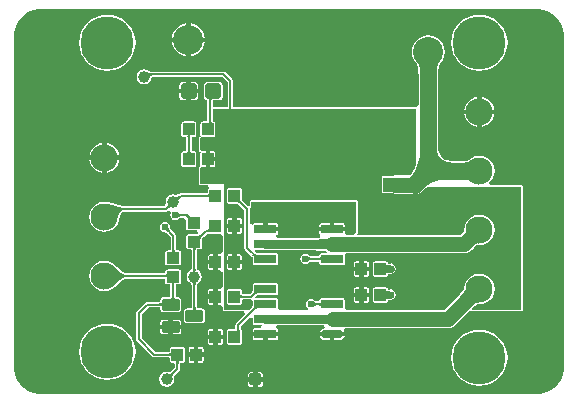
<source format=gtl>
G04*
G04 #@! TF.GenerationSoftware,Altium Limited,Altium Designer,20.1.11 (218)*
G04*
G04 Layer_Physical_Order=1*
G04 Layer_Color=255*
%FSAX25Y25*%
%MOIN*%
G70*
G04*
G04 #@! TF.SameCoordinates,AC60C541-8D92-4DB1-9754-A0BA6A31DCDC*
G04*
G04*
G04 #@! TF.FilePolarity,Positive*
G04*
G01*
G75*
%ADD13C,0.00800*%
G04:AMPARAMS|DCode=16|XSize=90.55mil|YSize=98.43mil|CornerRadius=6.79mil|HoleSize=0mil|Usage=FLASHONLY|Rotation=90.000|XOffset=0mil|YOffset=0mil|HoleType=Round|Shape=RoundedRectangle|*
%AMROUNDEDRECTD16*
21,1,0.09055,0.08484,0,0,90.0*
21,1,0.07697,0.09843,0,0,90.0*
1,1,0.01358,0.04242,0.03848*
1,1,0.01358,0.04242,-0.03848*
1,1,0.01358,-0.04242,-0.03848*
1,1,0.01358,-0.04242,0.03848*
%
%ADD16ROUNDEDRECTD16*%
G04:AMPARAMS|DCode=17|XSize=43.31mil|YSize=39.37mil|CornerRadius=3.94mil|HoleSize=0mil|Usage=FLASHONLY|Rotation=270.000|XOffset=0mil|YOffset=0mil|HoleType=Round|Shape=RoundedRectangle|*
%AMROUNDEDRECTD17*
21,1,0.04331,0.03150,0,0,270.0*
21,1,0.03543,0.03937,0,0,270.0*
1,1,0.00787,-0.01575,-0.01772*
1,1,0.00787,-0.01575,0.01772*
1,1,0.00787,0.01575,0.01772*
1,1,0.00787,0.01575,-0.01772*
%
%ADD17ROUNDEDRECTD17*%
G04:AMPARAMS|DCode=18|XSize=43.31mil|YSize=39.37mil|CornerRadius=2.95mil|HoleSize=0mil|Usage=FLASHONLY|Rotation=270.000|XOffset=0mil|YOffset=0mil|HoleType=Round|Shape=RoundedRectangle|*
%AMROUNDEDRECTD18*
21,1,0.04331,0.03347,0,0,270.0*
21,1,0.03740,0.03937,0,0,270.0*
1,1,0.00591,-0.01673,-0.01870*
1,1,0.00591,-0.01673,0.01870*
1,1,0.00591,0.01673,0.01870*
1,1,0.00591,0.01673,-0.01870*
%
%ADD18ROUNDEDRECTD18*%
G04:AMPARAMS|DCode=19|XSize=39.37mil|YSize=59.06mil|CornerRadius=3.94mil|HoleSize=0mil|Usage=FLASHONLY|Rotation=270.000|XOffset=0mil|YOffset=0mil|HoleType=Round|Shape=RoundedRectangle|*
%AMROUNDEDRECTD19*
21,1,0.03937,0.05118,0,0,270.0*
21,1,0.03150,0.05906,0,0,270.0*
1,1,0.00787,-0.02559,-0.01575*
1,1,0.00787,-0.02559,0.01575*
1,1,0.00787,0.02559,0.01575*
1,1,0.00787,0.02559,-0.01575*
%
%ADD19ROUNDEDRECTD19*%
%ADD20C,0.03937*%
%ADD21R,0.08000X0.04500*%
G04:AMPARAMS|DCode=22|XSize=43.31mil|YSize=39.37mil|CornerRadius=2.95mil|HoleSize=0mil|Usage=FLASHONLY|Rotation=180.000|XOffset=0mil|YOffset=0mil|HoleType=Round|Shape=RoundedRectangle|*
%AMROUNDEDRECTD22*
21,1,0.04331,0.03347,0,0,180.0*
21,1,0.03740,0.03937,0,0,180.0*
1,1,0.00591,-0.01870,0.01673*
1,1,0.00591,0.01870,0.01673*
1,1,0.00591,0.01870,-0.01673*
1,1,0.00591,-0.01870,-0.01673*
%
%ADD22ROUNDEDRECTD22*%
G04:AMPARAMS|DCode=23|XSize=98.43mil|YSize=177.17mil|CornerRadius=7.38mil|HoleSize=0mil|Usage=FLASHONLY|Rotation=0.000|XOffset=0mil|YOffset=0mil|HoleType=Round|Shape=RoundedRectangle|*
%AMROUNDEDRECTD23*
21,1,0.09843,0.16240,0,0,0.0*
21,1,0.08366,0.17717,0,0,0.0*
1,1,0.01476,0.04183,-0.08120*
1,1,0.01476,-0.04183,-0.08120*
1,1,0.01476,-0.04183,0.08120*
1,1,0.01476,0.04183,0.08120*
%
%ADD23ROUNDEDRECTD23*%
G04:AMPARAMS|DCode=24|XSize=51.18mil|YSize=51.18mil|CornerRadius=5.12mil|HoleSize=0mil|Usage=FLASHONLY|Rotation=0.000|XOffset=0mil|YOffset=0mil|HoleType=Round|Shape=RoundedRectangle|*
%AMROUNDEDRECTD24*
21,1,0.05118,0.04095,0,0,0.0*
21,1,0.04095,0.05118,0,0,0.0*
1,1,0.01024,0.02047,-0.02047*
1,1,0.01024,-0.02047,-0.02047*
1,1,0.01024,-0.02047,0.02047*
1,1,0.01024,0.02047,0.02047*
%
%ADD24ROUNDEDRECTD24*%
G04:AMPARAMS|DCode=25|XSize=39.37mil|YSize=39.37mil|CornerRadius=3.94mil|HoleSize=0mil|Usage=FLASHONLY|Rotation=0.000|XOffset=0mil|YOffset=0mil|HoleType=Round|Shape=RoundedRectangle|*
%AMROUNDEDRECTD25*
21,1,0.03937,0.03150,0,0,0.0*
21,1,0.03150,0.03937,0,0,0.0*
1,1,0.00787,0.01575,-0.01575*
1,1,0.00787,-0.01575,-0.01575*
1,1,0.00787,-0.01575,0.01575*
1,1,0.00787,0.01575,0.01575*
%
%ADD25ROUNDEDRECTD25*%
%ADD26O,0.07480X0.02953*%
G04:AMPARAMS|DCode=27|XSize=29.53mil|YSize=74.8mil|CornerRadius=2.22mil|HoleSize=0mil|Usage=FLASHONLY|Rotation=270.000|XOffset=0mil|YOffset=0mil|HoleType=Round|Shape=RoundedRectangle|*
%AMROUNDEDRECTD27*
21,1,0.02953,0.07037,0,0,270.0*
21,1,0.02510,0.07480,0,0,270.0*
1,1,0.00443,-0.03519,-0.01255*
1,1,0.00443,-0.03519,0.01255*
1,1,0.00443,0.03519,0.01255*
1,1,0.00443,0.03519,-0.01255*
%
%ADD27ROUNDEDRECTD27*%
%ADD43C,0.05000*%
%ADD44C,0.05500*%
%ADD45C,0.02250*%
%ADD46C,0.03000*%
%ADD47C,0.09055*%
%ADD48C,0.10000*%
%ADD49C,0.17717*%
%ADD50C,0.02400*%
G36*
X0145683Y0113844D02*
X0147356Y0113151D01*
X0148863Y0112144D01*
X0150144Y0110863D01*
X0151151Y0109356D01*
X0151844Y0107683D01*
X0152197Y0105906D01*
Y0105000D01*
X0152197Y-0005000D01*
X0152197Y-0005906D01*
X0151844Y-0007683D01*
X0151151Y-0009357D01*
X0150144Y-0010863D01*
X0148863Y-0012144D01*
X0147356Y-0013150D01*
X0145683Y-0013844D01*
X0143906Y-0014197D01*
X0143000D01*
X-0022000Y-0014197D01*
X-0022906Y-0014197D01*
X-0024683Y-0013844D01*
X-0026357Y-0013150D01*
X-0027863Y-0012144D01*
X-0029144Y-0010863D01*
X-0030150Y-0009357D01*
X-0030844Y-0007683D01*
X-0031197Y-0005906D01*
Y-0005000D01*
Y0105000D01*
Y0105906D01*
X-0030844Y0107683D01*
X-0030150Y0109356D01*
X-0029144Y0110863D01*
X-0027863Y0112144D01*
X-0026357Y0113151D01*
X-0024683Y0113844D01*
X-0022906Y0114197D01*
X-0022000Y0114197D01*
X0143000Y0114197D01*
X0143906D01*
X0145683Y0113844D01*
D02*
G37*
%LPC*%
G36*
X0027750Y0109449D02*
Y0104750D01*
X0032449D01*
X0032358Y0105436D01*
X0031804Y0106774D01*
X0030923Y0107923D01*
X0029774Y0108804D01*
X0028436Y0109358D01*
X0027750Y0109449D01*
D02*
G37*
G36*
X0026250D02*
X0025564Y0109358D01*
X0024226Y0108804D01*
X0023077Y0107923D01*
X0022196Y0106774D01*
X0021642Y0105436D01*
X0021551Y0104750D01*
X0026250D01*
Y0109449D01*
D02*
G37*
G36*
X0032449Y0103250D02*
X0027750D01*
Y0098551D01*
X0028436Y0098642D01*
X0029774Y0099196D01*
X0030923Y0100077D01*
X0031804Y0101226D01*
X0032358Y0102564D01*
X0032449Y0103250D01*
D02*
G37*
G36*
X0026250D02*
X0021551D01*
X0021642Y0102564D01*
X0022196Y0101226D01*
X0023077Y0100077D01*
X0024226Y0099196D01*
X0025564Y0098642D01*
X0026250Y0098551D01*
Y0103250D01*
D02*
G37*
G36*
X0124000Y0112404D02*
X0122166Y0112223D01*
X0120401Y0111688D01*
X0118776Y0110819D01*
X0117351Y0109649D01*
X0116181Y0108224D01*
X0115312Y0106599D01*
X0114777Y0104834D01*
X0114596Y0103000D01*
X0114777Y0101165D01*
X0115312Y0099401D01*
X0116181Y0097776D01*
X0117351Y0096351D01*
X0118776Y0095181D01*
X0120401Y0094312D01*
X0122166Y0093777D01*
X0124000Y0093597D01*
X0125835Y0093777D01*
X0127599Y0094312D01*
X0129224Y0095181D01*
X0130649Y0096351D01*
X0131819Y0097776D01*
X0132688Y0099401D01*
X0133223Y0101165D01*
X0133404Y0103000D01*
X0133223Y0104834D01*
X0132688Y0106599D01*
X0131819Y0108224D01*
X0130649Y0109649D01*
X0129224Y0110819D01*
X0127599Y0111688D01*
X0125835Y0112223D01*
X0124000Y0112404D01*
D02*
G37*
G36*
X0000000D02*
X-0001835Y0112223D01*
X-0003599Y0111688D01*
X-0005224Y0110819D01*
X-0006649Y0109649D01*
X-0007819Y0108224D01*
X-0008688Y0106599D01*
X-0009223Y0104834D01*
X-0009403Y0103000D01*
X-0009223Y0101165D01*
X-0008688Y0099401D01*
X-0007819Y0097776D01*
X-0006649Y0096351D01*
X-0005224Y0095181D01*
X-0003599Y0094312D01*
X-0001835Y0093777D01*
X0000000Y0093597D01*
X0001835Y0093777D01*
X0003599Y0094312D01*
X0005224Y0095181D01*
X0006649Y0096351D01*
X0007819Y0097776D01*
X0008688Y0099401D01*
X0009223Y0101165D01*
X0009403Y0103000D01*
X0009223Y0104834D01*
X0008688Y0106599D01*
X0007819Y0108224D01*
X0006649Y0109649D01*
X0005224Y0110819D01*
X0003599Y0111688D01*
X0001835Y0112223D01*
X0000000Y0112404D01*
D02*
G37*
G36*
X0029154Y0089973D02*
X0027856D01*
Y0087644D01*
X0030185D01*
Y0088941D01*
X0030107Y0089336D01*
X0029883Y0089670D01*
X0029549Y0089894D01*
X0029154Y0089973D01*
D02*
G37*
G36*
X0026357D02*
X0025059D01*
X0024665Y0089894D01*
X0024330Y0089670D01*
X0024106Y0089336D01*
X0024028Y0088941D01*
Y0087644D01*
X0026357D01*
Y0089973D01*
D02*
G37*
G36*
X0030185Y0086144D02*
X0027856D01*
Y0083815D01*
X0029154D01*
X0029549Y0083894D01*
X0029883Y0084117D01*
X0030107Y0084452D01*
X0030185Y0084847D01*
Y0086144D01*
D02*
G37*
G36*
X0026357D02*
X0024028D01*
Y0084847D01*
X0024106Y0084452D01*
X0024330Y0084117D01*
X0024665Y0083894D01*
X0025059Y0083815D01*
X0026357D01*
Y0086144D01*
D02*
G37*
G36*
X0107000Y0105447D02*
X0105564Y0105258D01*
X0104226Y0104704D01*
X0103077Y0103823D01*
X0102196Y0102674D01*
X0101642Y0101336D01*
X0101453Y0099900D01*
X0101642Y0098464D01*
X0102196Y0097126D01*
X0103077Y0095977D01*
X0103110Y0095952D01*
X0103201Y0095844D01*
X0103289Y0095699D01*
X0103377Y0095501D01*
X0103459Y0095251D01*
X0103533Y0094949D01*
X0103593Y0094610D01*
X0103702Y0093251D01*
X0103709Y0092717D01*
X0103722Y0092686D01*
Y0082325D01*
X0103000Y0081541D01*
X0041918D01*
Y0090329D01*
X0041848Y0090680D01*
X0041649Y0090978D01*
X0039525Y0093102D01*
X0039227Y0093301D01*
X0038876Y0093370D01*
X0014767D01*
X0014717Y0093394D01*
X0014453Y0093404D01*
X0014359Y0093414D01*
X0014272Y0093428D01*
X0014199Y0093445D01*
X0014139Y0093463D01*
X0014093Y0093481D01*
X0014061Y0093498D01*
X0014041Y0093511D01*
X0014003Y0093542D01*
X0013971Y0093552D01*
X0013871Y0093619D01*
X0013863Y0093627D01*
X0013859D01*
X0013263Y0094025D01*
X0012300Y0094217D01*
X0011337Y0094025D01*
X0010520Y0093480D01*
X0009975Y0092663D01*
X0009783Y0091700D01*
X0009975Y0090737D01*
X0010520Y0089920D01*
X0011337Y0089375D01*
X0012300Y0089183D01*
X0013263Y0089375D01*
X0014080Y0089920D01*
X0014625Y0090737D01*
X0014765Y0091439D01*
X0014768Y0091442D01*
Y0091453D01*
X0014775Y0091489D01*
X0014836Y0091500D01*
X0014925Y0091508D01*
X0015052Y0091512D01*
X0015104Y0091535D01*
X0038496D01*
X0040082Y0089949D01*
Y0081541D01*
X0035160D01*
Y0083470D01*
X0035183Y0083523D01*
X0035187Y0083661D01*
X0035195Y0083762D01*
X0035204Y0083815D01*
X0037422D01*
X0037816Y0083894D01*
X0038151Y0084117D01*
X0038375Y0084452D01*
X0038453Y0084847D01*
Y0088941D01*
X0038375Y0089336D01*
X0038151Y0089670D01*
X0037816Y0089894D01*
X0037422Y0089973D01*
X0033327D01*
X0032932Y0089894D01*
X0032598Y0089670D01*
X0032374Y0089336D01*
X0032295Y0088941D01*
Y0084847D01*
X0032374Y0084452D01*
X0032598Y0084117D01*
X0032932Y0083894D01*
X0033279Y0083825D01*
X0033289Y0083762D01*
X0033298Y0083661D01*
X0033301Y0083523D01*
X0033325Y0083470D01*
Y0077146D01*
X0033301Y0077093D01*
X0033298Y0076955D01*
X0033289Y0076854D01*
X0033280Y0076801D01*
X0031811D01*
X0031501Y0076739D01*
X0031238Y0076564D01*
X0031062Y0076301D01*
X0031000Y0075990D01*
Y0072250D01*
X0031062Y0071940D01*
X0030755Y0071716D01*
X0030745Y0071711D01*
X0030741Y0071707D01*
X0030617Y0071617D01*
X0030566Y0071494D01*
X0030482Y0071391D01*
X0030490Y0071310D01*
X0030459Y0071234D01*
Y0067136D01*
X0030490Y0067061D01*
X0030482Y0066979D01*
X0030566Y0066876D01*
X0030617Y0066753D01*
X0030741Y0066663D01*
X0030745Y0066659D01*
X0030755Y0066654D01*
X0031062Y0066430D01*
X0031000Y0066120D01*
Y0062380D01*
X0031062Y0062070D01*
X0030755Y0061846D01*
X0030745Y0061841D01*
X0030741Y0061837D01*
X0030617Y0061747D01*
X0030566Y0061624D01*
X0030482Y0061521D01*
X0030490Y0061440D01*
X0030459Y0061364D01*
Y0056000D01*
X0030617Y0055617D01*
X0031000Y0055459D01*
X0033502D01*
X0033776Y0054459D01*
X0033753Y0054443D01*
X0033578Y0054180D01*
X0033516Y0053870D01*
Y0052962D01*
X0033463Y0052953D01*
X0033362Y0052945D01*
X0033224Y0052941D01*
X0033171Y0052918D01*
X0024481D01*
X0024130Y0052848D01*
X0023832Y0052649D01*
X0023633Y0052450D01*
X0023606Y0052444D01*
X0022963Y0052325D01*
X0022000Y0052517D01*
X0021037Y0052325D01*
X0020220Y0051780D01*
X0019675Y0050963D01*
X0019483Y0050000D01*
X0019593Y0049450D01*
X0019128Y0048776D01*
X0019058Y0048705D01*
X0018889Y0048579D01*
X0005199D01*
X0005193Y0048584D01*
X0000330Y0049891D01*
X0000313Y0049898D01*
X0000294Y0049901D01*
X0000266Y0049908D01*
X0000251Y0049906D01*
X0000246Y0049907D01*
X0000232Y0049916D01*
X0000210Y0049912D01*
X-0001000Y0050071D01*
X-0002313Y0049898D01*
X-0003536Y0049392D01*
X-0004586Y0048586D01*
X-0005392Y0047535D01*
X-0005898Y0046312D01*
X-0006071Y0045000D01*
X-0005898Y0043687D01*
X-0005392Y0042465D01*
X-0004586Y0041414D01*
X-0003536Y0040608D01*
X-0002313Y0040102D01*
X-0001000Y0039929D01*
X0000313Y0040102D01*
X0001536Y0040608D01*
X0002586Y0041414D01*
X0003392Y0042465D01*
X0003898Y0043687D01*
X0003960Y0044156D01*
X0004009Y0044229D01*
X0004008Y0044236D01*
X0004011Y0044241D01*
X0004108Y0044778D01*
X0004223Y0045235D01*
X0004358Y0045625D01*
X0004508Y0045949D01*
X0004671Y0046206D01*
X0004841Y0046402D01*
X0005017Y0046543D01*
X0005201Y0046639D01*
X0005406Y0046697D01*
X0005686Y0046722D01*
X0005728Y0046744D01*
X0019661D01*
X0020012Y0046813D01*
X0020310Y0047012D01*
X0020570Y0047273D01*
X0021321Y0046657D01*
X0021323Y0046598D01*
X0021099Y0046263D01*
X0020967Y0045600D01*
X0021099Y0044937D01*
X0021474Y0044374D01*
X0022037Y0043999D01*
X0022700Y0043867D01*
X0023363Y0043999D01*
X0023898Y0044356D01*
X0023931Y0044368D01*
X0024005Y0044439D01*
X0024065Y0044489D01*
X0024124Y0044531D01*
X0024182Y0044566D01*
X0024240Y0044595D01*
X0024299Y0044618D01*
X0024358Y0044635D01*
X0024419Y0044648D01*
X0024483Y0044656D01*
X0024573Y0044659D01*
X0024623Y0044682D01*
X0025648D01*
X0026312Y0044030D01*
X0026319Y0044012D01*
Y0041327D01*
X0026381Y0041017D01*
X0026557Y0040753D01*
X0026820Y0040578D01*
X0027130Y0040516D01*
X0029725D01*
X0029881Y0040390D01*
X0029994Y0040234D01*
X0030176Y0039516D01*
X0029797Y0039185D01*
X0027130D01*
X0026820Y0039123D01*
X0026557Y0038947D01*
X0026381Y0038684D01*
X0026319Y0038374D01*
Y0035028D01*
X0026381Y0034717D01*
X0026557Y0034454D01*
X0026820Y0034278D01*
X0027130Y0034217D01*
X0028038D01*
X0028047Y0034164D01*
X0028055Y0034062D01*
X0028059Y0033925D01*
X0028082Y0033872D01*
Y0027795D01*
X0028059Y0027742D01*
X0028056Y0027615D01*
X0028047Y0027518D01*
X0028034Y0027439D01*
X0028018Y0027378D01*
X0028003Y0027335D01*
X0027989Y0027309D01*
X0027981Y0027297D01*
X0027978Y0027294D01*
X0027942Y0027274D01*
X0027920Y0027247D01*
X0027828Y0027186D01*
X0027817Y0027181D01*
X0027816Y0027178D01*
X0027220Y0026780D01*
X0026675Y0025963D01*
X0026483Y0025000D01*
X0026675Y0024037D01*
X0027220Y0023220D01*
X0027816Y0022822D01*
X0027817Y0022819D01*
X0027828Y0022814D01*
X0027920Y0022753D01*
X0027942Y0022726D01*
X0027978Y0022706D01*
X0027981Y0022703D01*
X0027989Y0022691D01*
X0028003Y0022665D01*
X0028018Y0022622D01*
X0028034Y0022561D01*
X0028047Y0022482D01*
X0028056Y0022385D01*
X0028059Y0022258D01*
X0028082Y0022205D01*
Y0014831D01*
X0028059Y0014778D01*
X0028055Y0014640D01*
X0028047Y0014539D01*
X0028038Y0014486D01*
X0026441D01*
X0026092Y0014417D01*
X0025797Y0014219D01*
X0025599Y0013924D01*
X0025530Y0013575D01*
Y0010425D01*
X0025599Y0010076D01*
X0025797Y0009781D01*
X0026092Y0009583D01*
X0026441Y0009514D01*
X0031559D01*
X0031908Y0009583D01*
X0032203Y0009781D01*
X0032401Y0010076D01*
X0032470Y0010425D01*
Y0013575D01*
X0032401Y0013924D01*
X0032203Y0014219D01*
X0031908Y0014417D01*
X0031559Y0014486D01*
X0029962D01*
X0029953Y0014539D01*
X0029945Y0014640D01*
X0029941Y0014778D01*
X0029918Y0014831D01*
Y0022205D01*
X0029941Y0022258D01*
X0029945Y0022385D01*
X0029953Y0022482D01*
X0029966Y0022561D01*
X0029982Y0022622D01*
X0029998Y0022665D01*
X0030011Y0022691D01*
X0030019Y0022703D01*
X0030022Y0022706D01*
X0030059Y0022726D01*
X0030081Y0022753D01*
X0030172Y0022814D01*
X0030183Y0022819D01*
X0030184Y0022822D01*
X0030780Y0023220D01*
X0031325Y0024037D01*
X0031517Y0025000D01*
X0031325Y0025963D01*
X0030780Y0026780D01*
X0030184Y0027178D01*
X0030183Y0027181D01*
X0030172Y0027186D01*
X0030081Y0027247D01*
X0030059Y0027274D01*
X0030022Y0027294D01*
X0030019Y0027297D01*
X0030011Y0027309D01*
X0029998Y0027335D01*
X0029982Y0027378D01*
X0029966Y0027439D01*
X0029953Y0027518D01*
X0029945Y0027615D01*
X0029941Y0027742D01*
X0029918Y0027795D01*
Y0033872D01*
X0029941Y0033925D01*
X0029945Y0034062D01*
X0029953Y0034164D01*
X0029962Y0034217D01*
X0030870D01*
X0031180Y0034278D01*
X0031443Y0034454D01*
X0031619Y0034717D01*
X0031681Y0035028D01*
Y0037444D01*
X0031681Y0037445D01*
X0031681Y0037445D01*
Y0037514D01*
X0031688Y0037532D01*
X0031681Y0037549D01*
Y0037783D01*
X0031742Y0037870D01*
X0031966Y0038134D01*
X0032114Y0038287D01*
X0032135Y0038342D01*
X0033212Y0039418D01*
X0033251D01*
X0033304Y0039394D01*
X0033813Y0039383D01*
X0033962Y0039371D01*
X0034002Y0039366D01*
X0034018Y0039363D01*
X0034036Y0039357D01*
X0034042Y0039358D01*
X0034042Y0039358D01*
X0034043Y0039358D01*
X0034100Y0039364D01*
X0034277Y0039329D01*
X0034286Y0039327D01*
X0034287Y0039327D01*
X0034327Y0039319D01*
X0037673D01*
X0038397Y0038653D01*
X0038464Y0038534D01*
X0038466Y0033410D01*
X0038356Y0033241D01*
X0037632Y0032689D01*
X0037466Y0032645D01*
X0036750D01*
Y0029963D01*
Y0027280D01*
X0037575D01*
X0038356Y0026686D01*
X0038468Y0026515D01*
X0038469Y0021807D01*
X0038398Y0021683D01*
X0037913Y0021241D01*
X0037470Y0021023D01*
X0036750D01*
Y0018342D01*
Y0015661D01*
X0037673D01*
X0038399Y0015003D01*
X0038471Y0014878D01*
X0038472Y0014000D01*
X0038551Y0013808D01*
X0038630Y0013617D01*
X0038630Y0013617D01*
X0038630Y0013617D01*
X0038822Y0013538D01*
X0039013Y0013459D01*
X0045426D01*
X0045808Y0012535D01*
X0042924Y0009650D01*
X0042725Y0009352D01*
X0042655Y0009001D01*
Y0008025D01*
X0042631Y0007973D01*
X0042628Y0007831D01*
X0042619Y0007726D01*
X0042612Y0007681D01*
X0040626D01*
X0040316Y0007619D01*
X0040053Y0007443D01*
X0039877Y0007180D01*
X0039815Y0006870D01*
Y0003130D01*
X0039877Y0002820D01*
X0040053Y0002557D01*
X0040316Y0002381D01*
X0040626Y0002319D01*
X0043972D01*
X0044283Y0002381D01*
X0044546Y0002557D01*
X0044722Y0002820D01*
X0044783Y0003130D01*
Y0006870D01*
X0044722Y0007180D01*
X0044611Y0007346D01*
X0044579Y0007437D01*
X0044563Y0007444D01*
X0044561Y0007449D01*
X0044551Y0007487D01*
X0044542Y0007533D01*
X0044515Y0007842D01*
X0044514Y0007967D01*
X0044490Y0008021D01*
Y0008621D01*
X0047423Y0011554D01*
X0048423Y0011140D01*
Y0009587D01*
X0048479Y0009306D01*
X0048638Y0009067D01*
X0048877Y0008908D01*
X0049158Y0008852D01*
X0051525D01*
X0051542Y0008833D01*
X0051099Y0007833D01*
X0049158D01*
X0048877Y0007777D01*
X0048638Y0007617D01*
X0048479Y0007379D01*
X0048423Y0007097D01*
Y0006592D01*
X0052677D01*
X0056932D01*
Y0007097D01*
X0056875Y0007379D01*
X0056716Y0007617D01*
X0056477Y0007777D01*
X0056345Y0007803D01*
X0056444Y0008803D01*
X0072286D01*
X0072385Y0007803D01*
X0071886Y0007704D01*
X0071233Y0007267D01*
X0070796Y0006613D01*
X0070792Y0006592D01*
X0074921D01*
X0079051D01*
X0079047Y0006613D01*
X0078806Y0006974D01*
X0079187Y0007905D01*
X0079249Y0007974D01*
X0113600D01*
X0114383Y0008077D01*
X0115113Y0008380D01*
X0115740Y0008860D01*
X0120262Y0013382D01*
X0120708Y0013491D01*
X0121399Y0013502D01*
X0121509Y0013501D01*
X0121610Y0013459D01*
X0137765D01*
X0138000Y0013459D01*
X0138000Y0013459D01*
X0138383Y0013617D01*
X0138541Y0014000D01*
X0138541Y0014000D01*
X0138541Y0014235D01*
X0138541Y0043000D01*
Y0055000D01*
X0138383Y0055383D01*
X0138000Y0055541D01*
X0127680Y0055541D01*
X0127341Y0056541D01*
X0127586Y0056729D01*
X0128392Y0057780D01*
X0128898Y0059003D01*
X0129071Y0060315D01*
X0128898Y0061627D01*
X0128392Y0062850D01*
X0127586Y0063901D01*
X0126535Y0064706D01*
X0125312Y0065213D01*
X0124000Y0065386D01*
X0122687Y0065213D01*
X0121465Y0064706D01*
X0120414Y0063901D01*
X0120406Y0063890D01*
X0120379Y0063869D01*
X0120312Y0063837D01*
X0120174Y0063793D01*
X0119974Y0063748D01*
X0119731Y0063708D01*
X0118179Y0063610D01*
X0117682Y0063606D01*
X0117651Y0063593D01*
X0115304D01*
X0115278Y0063605D01*
X0114267Y0063659D01*
X0113403Y0063811D01*
X0112661Y0064059D01*
X0112032Y0064397D01*
X0111510Y0064825D01*
X0111082Y0065347D01*
X0110744Y0065975D01*
X0110496Y0066718D01*
X0110344Y0067581D01*
X0110291Y0068593D01*
X0110278Y0068619D01*
Y0092686D01*
X0110291Y0092717D01*
X0110299Y0093261D01*
X0110320Y0093748D01*
X0110406Y0094604D01*
X0110467Y0094949D01*
X0110541Y0095251D01*
X0110623Y0095501D01*
X0110711Y0095699D01*
X0110799Y0095844D01*
X0110890Y0095952D01*
X0110923Y0095977D01*
X0111804Y0097126D01*
X0112358Y0098464D01*
X0112548Y0099900D01*
X0112358Y0101336D01*
X0111804Y0102674D01*
X0110923Y0103823D01*
X0109774Y0104704D01*
X0108436Y0105258D01*
X0107000Y0105447D01*
D02*
G37*
G36*
X0124750Y0084972D02*
Y0080750D01*
X0128972D01*
X0128898Y0081313D01*
X0128392Y0082535D01*
X0127586Y0083586D01*
X0126535Y0084392D01*
X0125312Y0084898D01*
X0124750Y0084972D01*
D02*
G37*
G36*
X0123250D02*
X0122687Y0084898D01*
X0121465Y0084392D01*
X0120414Y0083586D01*
X0119608Y0082535D01*
X0119102Y0081313D01*
X0119028Y0080750D01*
X0123250D01*
Y0084972D01*
D02*
G37*
G36*
Y0079250D02*
X0119028D01*
X0119102Y0078688D01*
X0119608Y0077464D01*
X0120414Y0076414D01*
X0121465Y0075608D01*
X0122687Y0075102D01*
X0123250Y0075028D01*
Y0079250D01*
D02*
G37*
G36*
X0128972D02*
X0124750D01*
Y0075028D01*
X0125312Y0075102D01*
X0126535Y0075608D01*
X0127586Y0076414D01*
X0128392Y0077464D01*
X0128898Y0078688D01*
X0128972Y0079250D01*
D02*
G37*
G36*
X-0000250Y0069657D02*
Y0065435D01*
X0003972D01*
X0003898Y0065997D01*
X0003392Y0067220D01*
X0002586Y0068271D01*
X0001536Y0069077D01*
X0000313Y0069583D01*
X-0000250Y0069657D01*
D02*
G37*
G36*
X-0001750D02*
X-0002313Y0069583D01*
X-0003536Y0069077D01*
X-0004586Y0068271D01*
X-0005392Y0067220D01*
X-0005898Y0065997D01*
X-0005972Y0065435D01*
X-0001750D01*
Y0069657D01*
D02*
G37*
G36*
X0028858Y0076801D02*
X0025512D01*
X0025201Y0076739D01*
X0024938Y0076564D01*
X0024762Y0076301D01*
X0024701Y0075990D01*
Y0072250D01*
X0024762Y0071940D01*
X0024938Y0071677D01*
X0025201Y0071501D01*
X0025512Y0071439D01*
X0026223D01*
X0026232Y0071386D01*
X0026240Y0071285D01*
X0026244Y0071147D01*
X0026267Y0071095D01*
Y0067276D01*
X0026244Y0067223D01*
X0026240Y0067085D01*
X0026232Y0066984D01*
X0026223Y0066931D01*
X0025512D01*
X0025201Y0066869D01*
X0024938Y0066693D01*
X0024762Y0066430D01*
X0024701Y0066120D01*
Y0062380D01*
X0024762Y0062070D01*
X0024938Y0061807D01*
X0025201Y0061631D01*
X0025512Y0061569D01*
X0028858D01*
X0029168Y0061631D01*
X0029432Y0061807D01*
X0029607Y0062070D01*
X0029669Y0062380D01*
Y0066120D01*
X0029607Y0066430D01*
X0029432Y0066693D01*
X0029168Y0066869D01*
X0028858Y0066931D01*
X0028147D01*
X0028138Y0066984D01*
X0028130Y0067085D01*
X0028126Y0067223D01*
X0028102Y0067276D01*
Y0071095D01*
X0028126Y0071147D01*
X0028130Y0071285D01*
X0028138Y0071386D01*
X0028147Y0071439D01*
X0028858D01*
X0029168Y0071501D01*
X0029432Y0071677D01*
X0029607Y0071940D01*
X0029669Y0072250D01*
Y0075990D01*
X0029607Y0076301D01*
X0029432Y0076564D01*
X0029168Y0076739D01*
X0028858Y0076801D01*
D02*
G37*
G36*
X0003972Y0063935D02*
X-0000250D01*
Y0059713D01*
X0000313Y0059787D01*
X0001536Y0060294D01*
X0002586Y0061099D01*
X0003392Y0062150D01*
X0003898Y0063373D01*
X0003972Y0063935D01*
D02*
G37*
G36*
X-0001750D02*
X-0005972D01*
X-0005898Y0063373D01*
X-0005392Y0062150D01*
X-0004586Y0061099D01*
X-0003536Y0060294D01*
X-0002313Y0059787D01*
X-0001750Y0059713D01*
Y0063935D01*
D02*
G37*
G36*
X0035250Y0032645D02*
X0034425D01*
X0034076Y0032576D01*
X0033781Y0032379D01*
X0033583Y0032083D01*
X0033514Y0031734D01*
Y0030713D01*
X0035250D01*
Y0032645D01*
D02*
G37*
G36*
X0019200Y0043233D02*
X0018537Y0043101D01*
X0017974Y0042726D01*
X0017599Y0042163D01*
X0017467Y0041500D01*
X0017599Y0040837D01*
X0017974Y0040274D01*
X0018537Y0039899D01*
X0019167Y0039773D01*
X0019199Y0039759D01*
X0019301Y0039757D01*
X0019379Y0039749D01*
X0019451Y0039737D01*
X0019517Y0039721D01*
X0019578Y0039700D01*
X0019636Y0039675D01*
X0019690Y0039645D01*
X0019742Y0039611D01*
X0019793Y0039571D01*
X0019859Y0039511D01*
X0019911Y0039491D01*
X0021082Y0038320D01*
Y0034128D01*
X0021059Y0034075D01*
X0021055Y0033937D01*
X0021047Y0033836D01*
X0021038Y0033783D01*
X0020130D01*
X0019820Y0033722D01*
X0019557Y0033546D01*
X0019381Y0033283D01*
X0019319Y0032972D01*
Y0029626D01*
X0019381Y0029316D01*
X0019557Y0029053D01*
X0019820Y0028877D01*
X0020130Y0028815D01*
X0023870D01*
X0024180Y0028877D01*
X0024443Y0029053D01*
X0024619Y0029316D01*
X0024681Y0029626D01*
Y0032972D01*
X0024619Y0033283D01*
X0024443Y0033546D01*
X0024180Y0033722D01*
X0023870Y0033783D01*
X0022962D01*
X0022953Y0033836D01*
X0022945Y0033937D01*
X0022941Y0034075D01*
X0022918Y0034128D01*
Y0038700D01*
X0022848Y0039051D01*
X0022649Y0039349D01*
X0021209Y0040789D01*
X0021190Y0040841D01*
X0021129Y0040907D01*
X0021089Y0040958D01*
X0021055Y0041010D01*
X0021025Y0041065D01*
X0021000Y0041122D01*
X0020979Y0041183D01*
X0020963Y0041249D01*
X0020951Y0041321D01*
X0020943Y0041399D01*
X0020941Y0041501D01*
X0020927Y0041533D01*
X0020801Y0042163D01*
X0020426Y0042726D01*
X0019863Y0043101D01*
X0019200Y0043233D01*
D02*
G37*
G36*
X0035250Y0029213D02*
X0033514D01*
Y0028191D01*
X0033583Y0027842D01*
X0033781Y0027547D01*
X0034076Y0027349D01*
X0034425Y0027280D01*
X0035250D01*
Y0029213D01*
D02*
G37*
G36*
Y0021023D02*
X0034327D01*
X0034016Y0020961D01*
X0033753Y0020786D01*
X0033578Y0020523D01*
X0033516Y0020212D01*
Y0019092D01*
X0035250D01*
Y0021023D01*
D02*
G37*
G36*
Y0017592D02*
X0033516D01*
Y0016472D01*
X0033578Y0016162D01*
X0033753Y0015899D01*
X0034016Y0015723D01*
X0034327Y0015661D01*
X0035250D01*
Y0017592D01*
D02*
G37*
G36*
X-0001000Y0030386D02*
X-0002313Y0030213D01*
X-0003536Y0029706D01*
X-0004586Y0028901D01*
X-0005392Y0027850D01*
X-0005898Y0026627D01*
X-0006071Y0025315D01*
X-0005898Y0024002D01*
X-0005392Y0022780D01*
X-0004586Y0021729D01*
X-0003536Y0020923D01*
X-0002313Y0020417D01*
X-0001000Y0020244D01*
X0000313Y0020417D01*
X0001536Y0020923D01*
X0002586Y0021729D01*
X0002606Y0021755D01*
X0002610Y0021757D01*
X0003625Y0022742D01*
X0004511Y0023493D01*
X0004897Y0023777D01*
X0005251Y0024006D01*
X0005565Y0024178D01*
X0005836Y0024292D01*
X0006057Y0024354D01*
X0006282Y0024377D01*
X0006320Y0024397D01*
X0018974D01*
X0019027Y0024374D01*
X0019165Y0024370D01*
X0019266Y0024362D01*
X0019319Y0024353D01*
Y0023327D01*
X0019381Y0023017D01*
X0019557Y0022753D01*
X0019820Y0022578D01*
X0020130Y0022516D01*
X0020945D01*
X0020954Y0022463D01*
X0020963Y0022362D01*
X0020967Y0022224D01*
X0020990Y0022171D01*
Y0018571D01*
X0020967Y0018518D01*
X0020963Y0018380D01*
X0020954Y0018279D01*
X0020945Y0018226D01*
X0018567D01*
X0018218Y0018157D01*
X0017923Y0017959D01*
X0017725Y0017664D01*
X0017656Y0017315D01*
Y0016702D01*
X0017603Y0016693D01*
X0017502Y0016685D01*
X0017364Y0016681D01*
X0017311Y0016658D01*
X0013340D01*
X0012989Y0016588D01*
X0012691Y0016389D01*
X0009851Y0013549D01*
X0009652Y0013251D01*
X0009582Y0012900D01*
Y0004200D01*
X0009652Y0003849D01*
X0009851Y0003551D01*
X0015014Y-0001612D01*
X0015312Y-0001811D01*
X0015663Y-0001881D01*
X0020497D01*
X0020549Y-0001904D01*
X0020687Y-0001908D01*
X0020788Y-0001917D01*
X0020841Y-0001925D01*
Y-0002833D01*
X0020903Y-0003144D01*
X0021079Y-0003407D01*
X0021342Y-0003582D01*
X0021652Y-0003644D01*
X0022363D01*
X0022372Y-0003697D01*
X0022381Y-0003798D01*
X0022384Y-0003936D01*
X0022408Y-0003989D01*
Y-0005295D01*
X0021127Y-0006575D01*
X0021074Y-0006595D01*
X0020981Y-0006683D01*
X0020907Y-0006745D01*
X0020842Y-0006792D01*
X0020787Y-0006824D01*
X0020746Y-0006843D01*
X0020718Y-0006853D01*
X0020703Y-0006855D01*
X0020700Y-0006855D01*
X0020660Y-0006843D01*
X0020625Y-0006847D01*
X0020517Y-0006826D01*
X0020506Y-0006821D01*
X0020502Y-0006823D01*
X0019800Y-0006683D01*
X0018837Y-0006875D01*
X0018020Y-0007420D01*
X0017475Y-0008237D01*
X0017283Y-0009200D01*
X0017475Y-0010163D01*
X0018020Y-0010980D01*
X0018837Y-0011525D01*
X0019800Y-0011717D01*
X0020763Y-0011525D01*
X0021580Y-0010980D01*
X0022125Y-0010163D01*
X0022317Y-0009200D01*
X0022177Y-0008498D01*
X0022179Y-0008494D01*
X0022174Y-0008483D01*
X0022153Y-0008375D01*
X0022156Y-0008340D01*
X0022145Y-0008300D01*
X0022145Y-0008297D01*
X0022147Y-0008282D01*
X0022157Y-0008254D01*
X0022176Y-0008213D01*
X0022208Y-0008158D01*
X0022255Y-0008093D01*
X0022317Y-0008019D01*
X0022405Y-0007926D01*
X0022425Y-0007873D01*
X0023974Y-0006324D01*
X0024173Y-0006026D01*
X0024243Y-0005675D01*
Y-0003989D01*
X0024266Y-0003936D01*
X0024270Y-0003798D01*
X0024279Y-0003697D01*
X0024287Y-0003644D01*
X0024998D01*
X0025309Y-0003582D01*
X0025572Y-0003407D01*
X0025748Y-0003144D01*
X0025809Y-0002833D01*
Y0000907D01*
X0025748Y0001217D01*
X0025572Y0001480D01*
X0025309Y0001656D01*
X0024998Y0001718D01*
X0021652D01*
X0021342Y0001656D01*
X0021079Y0001480D01*
X0020903Y0001217D01*
X0020841Y0000907D01*
Y-0000001D01*
X0020788Y-0000010D01*
X0020687Y-0000019D01*
X0020549Y-0000022D01*
X0020497Y-0000046D01*
X0016043D01*
X0011418Y0004580D01*
Y0012520D01*
X0013720Y0014822D01*
X0017311D01*
X0017364Y0014799D01*
X0017502Y0014796D01*
X0017603Y0014787D01*
X0017656Y0014778D01*
Y0014165D01*
X0017725Y0013817D01*
X0017923Y0013521D01*
X0018218Y0013323D01*
X0018567Y0013254D01*
X0023685D01*
X0024034Y0013323D01*
X0024329Y0013521D01*
X0024527Y0013817D01*
X0024596Y0014165D01*
Y0017315D01*
X0024527Y0017664D01*
X0024329Y0017959D01*
X0024034Y0018157D01*
X0023685Y0018226D01*
X0022870D01*
X0022861Y0018279D01*
X0022852Y0018380D01*
X0022849Y0018518D01*
X0022825Y0018571D01*
Y0022171D01*
X0022849Y0022224D01*
X0022852Y0022362D01*
X0022861Y0022463D01*
X0022870Y0022516D01*
X0023870D01*
X0024180Y0022578D01*
X0024443Y0022753D01*
X0024619Y0023017D01*
X0024681Y0023327D01*
Y0026673D01*
X0024619Y0026983D01*
X0024443Y0027247D01*
X0024180Y0027422D01*
X0023870Y0027484D01*
X0020130D01*
X0019820Y0027422D01*
X0019557Y0027247D01*
X0019381Y0026983D01*
X0019319Y0026673D01*
Y0026277D01*
X0019266Y0026268D01*
X0019165Y0026260D01*
X0019027Y0026256D01*
X0018974Y0026233D01*
X0006320D01*
X0006282Y0026253D01*
X0006057Y0026276D01*
X0005836Y0026338D01*
X0005565Y0026452D01*
X0005251Y0026624D01*
X0004897Y0026853D01*
X0004515Y0027134D01*
X0003132Y0028353D01*
X0002615Y0028868D01*
X0002609Y0028870D01*
X0002586Y0028901D01*
X0001536Y0029706D01*
X0000313Y0030213D01*
X-0001000Y0030386D01*
D02*
G37*
G36*
X0023685Y0010746D02*
X0021876D01*
Y0009010D01*
X0024596D01*
Y0009835D01*
X0024527Y0010183D01*
X0024329Y0010479D01*
X0024034Y0010677D01*
X0023685Y0010746D01*
D02*
G37*
G36*
X0020376D02*
X0018567D01*
X0018218Y0010677D01*
X0017923Y0010479D01*
X0017725Y0010183D01*
X0017656Y0009835D01*
Y0009010D01*
X0020376D01*
Y0010746D01*
D02*
G37*
G36*
X0024596Y0007510D02*
X0021876D01*
Y0005774D01*
X0023685D01*
X0024034Y0005843D01*
X0024329Y0006041D01*
X0024527Y0006336D01*
X0024596Y0006685D01*
Y0007510D01*
D02*
G37*
G36*
X0020376D02*
X0017656D01*
Y0006685D01*
X0017725Y0006336D01*
X0017923Y0006041D01*
X0018218Y0005843D01*
X0018567Y0005774D01*
X0020376D01*
Y0007510D01*
D02*
G37*
G36*
X0037673Y0007681D02*
X0036750D01*
Y0005750D01*
X0038484D01*
Y0006870D01*
X0038422Y0007180D01*
X0038247Y0007443D01*
X0037984Y0007619D01*
X0037673Y0007681D01*
D02*
G37*
G36*
X0035250D02*
X0034327D01*
X0034016Y0007619D01*
X0033753Y0007443D01*
X0033578Y0007180D01*
X0033516Y0006870D01*
Y0005750D01*
X0035250D01*
Y0007681D01*
D02*
G37*
G36*
X0056932Y0005092D02*
X0053427D01*
Y0003852D01*
X0056196D01*
X0056477Y0003908D01*
X0056716Y0004067D01*
X0056875Y0004306D01*
X0056932Y0004587D01*
Y0005092D01*
D02*
G37*
G36*
X0051927D02*
X0048423D01*
Y0004587D01*
X0048479Y0004306D01*
X0048638Y0004067D01*
X0048877Y0003908D01*
X0049158Y0003852D01*
X0051927D01*
Y0005092D01*
D02*
G37*
G36*
X0079051Y0005092D02*
X0075671D01*
Y0003827D01*
X0077185D01*
X0077956Y0003980D01*
X0078610Y0004417D01*
X0079047Y0005071D01*
X0079051Y0005092D01*
D02*
G37*
G36*
X0074171D02*
X0070792D01*
X0070796Y0005071D01*
X0071233Y0004417D01*
X0071886Y0003980D01*
X0072658Y0003827D01*
X0074171D01*
Y0005092D01*
D02*
G37*
G36*
X0038484Y0004250D02*
X0036750D01*
Y0002319D01*
X0037673D01*
X0037984Y0002381D01*
X0038247Y0002557D01*
X0038422Y0002820D01*
X0038484Y0003130D01*
Y0004250D01*
D02*
G37*
G36*
X0035250D02*
X0033516D01*
Y0003130D01*
X0033578Y0002820D01*
X0033753Y0002557D01*
X0034016Y0002381D01*
X0034327Y0002319D01*
X0035250D01*
Y0004250D01*
D02*
G37*
G36*
X0031298Y0001718D02*
X0030375D01*
Y-0000213D01*
X0032109D01*
Y0000907D01*
X0032047Y0001217D01*
X0031871Y0001480D01*
X0031608Y0001656D01*
X0031298Y0001718D01*
D02*
G37*
G36*
X0028874D02*
X0027951D01*
X0027641Y0001656D01*
X0027378Y0001480D01*
X0027202Y0001217D01*
X0027140Y0000907D01*
Y-0000213D01*
X0028874D01*
Y0001718D01*
D02*
G37*
G36*
X0032109Y-0001713D02*
X0030375D01*
Y-0003644D01*
X0031298D01*
X0031608Y-0003582D01*
X0031871Y-0003407D01*
X0032047Y-0003144D01*
X0032109Y-0002833D01*
Y-0001713D01*
D02*
G37*
G36*
X0028874D02*
X0027140D01*
Y-0002833D01*
X0027202Y-0003144D01*
X0027378Y-0003407D01*
X0027641Y-0003582D01*
X0027951Y-0003644D01*
X0028874D01*
Y-0001713D01*
D02*
G37*
G36*
X0050910Y-0006714D02*
X0050086D01*
Y-0008450D01*
X0051822D01*
Y-0007625D01*
X0051752Y-0007277D01*
X0051555Y-0006981D01*
X0051259Y-0006783D01*
X0050910Y-0006714D01*
D02*
G37*
G36*
X0048586D02*
X0047761D01*
X0047412Y-0006783D01*
X0047116Y-0006981D01*
X0046919Y-0007277D01*
X0046850Y-0007625D01*
Y-0008450D01*
X0048586D01*
Y-0006714D01*
D02*
G37*
G36*
X0000000Y0009403D02*
X-0001835Y0009223D01*
X-0003599Y0008688D01*
X-0005224Y0007819D01*
X-0006649Y0006649D01*
X-0007819Y0005224D01*
X-0008688Y0003599D01*
X-0009223Y0001835D01*
X-0009403Y0000000D01*
X-0009223Y-0001835D01*
X-0008688Y-0003599D01*
X-0007819Y-0005224D01*
X-0006649Y-0006649D01*
X-0005224Y-0007819D01*
X-0003599Y-0008688D01*
X-0001835Y-0009223D01*
X0000000Y-0009403D01*
X0001835Y-0009223D01*
X0003599Y-0008688D01*
X0005224Y-0007819D01*
X0006649Y-0006649D01*
X0007819Y-0005224D01*
X0008688Y-0003599D01*
X0009223Y-0001835D01*
X0009403Y0000000D01*
X0009223Y0001835D01*
X0008688Y0003599D01*
X0007819Y0005224D01*
X0006649Y0006649D01*
X0005224Y0007819D01*
X0003599Y0008688D01*
X0001835Y0009223D01*
X0000000Y0009403D01*
D02*
G37*
G36*
X0124000Y0007403D02*
X0122166Y0007223D01*
X0120401Y0006688D01*
X0118776Y0005819D01*
X0117351Y0004649D01*
X0116181Y0003224D01*
X0115312Y0001599D01*
X0114777Y-0000166D01*
X0114596Y-0002000D01*
X0114777Y-0003835D01*
X0115312Y-0005599D01*
X0116181Y-0007224D01*
X0117351Y-0008649D01*
X0118776Y-0009819D01*
X0120401Y-0010688D01*
X0122166Y-0011223D01*
X0124000Y-0011404D01*
X0125835Y-0011223D01*
X0127599Y-0010688D01*
X0129224Y-0009819D01*
X0130649Y-0008649D01*
X0131819Y-0007224D01*
X0132688Y-0005599D01*
X0133223Y-0003835D01*
X0133404Y-0002000D01*
X0133223Y-0000166D01*
X0132688Y0001599D01*
X0131819Y0003224D01*
X0130649Y0004649D01*
X0129224Y0005819D01*
X0127599Y0006688D01*
X0125835Y0007223D01*
X0124000Y0007403D01*
D02*
G37*
G36*
X0051822Y-0009950D02*
X0050086D01*
Y-0011686D01*
X0050910D01*
X0051259Y-0011617D01*
X0051555Y-0011419D01*
X0051752Y-0011124D01*
X0051822Y-0010775D01*
Y-0009950D01*
D02*
G37*
G36*
X0048586D02*
X0046850D01*
Y-0010775D01*
X0046919Y-0011124D01*
X0047116Y-0011419D01*
X0047412Y-0011617D01*
X0047761Y-0011686D01*
X0048586D01*
Y-0009950D01*
D02*
G37*
%LPD*%
G36*
X0110357Y0096161D02*
X0110230Y0095950D01*
X0110117Y0095696D01*
X0110020Y0095400D01*
X0109938Y0095060D01*
X0109870Y0094679D01*
X0109780Y0093787D01*
X0109757Y0093277D01*
X0109750Y0092724D01*
X0104250D01*
X0104243Y0093277D01*
X0104130Y0094679D01*
X0104062Y0095060D01*
X0103980Y0095400D01*
X0103883Y0095696D01*
X0103770Y0095950D01*
X0103642Y0096161D01*
X0103500Y0096329D01*
X0110500D01*
X0110357Y0096161D01*
D02*
G37*
G36*
X0013718Y0093075D02*
X0013790Y0093028D01*
X0013871Y0092987D01*
X0013961Y0092952D01*
X0014060Y0092921D01*
X0014169Y0092897D01*
X0014287Y0092878D01*
X0014414Y0092864D01*
X0014696Y0092853D01*
X0015037Y0092053D01*
X0014892Y0092049D01*
X0014763Y0092037D01*
X0014649Y0092017D01*
X0014550Y0091988D01*
X0014465Y0091952D01*
X0014396Y0091907D01*
X0014342Y0091855D01*
X0014302Y0091794D01*
X0014277Y0091725D01*
X0014268Y0091649D01*
X0013656Y0093127D01*
X0013718Y0093075D01*
D02*
G37*
G36*
X0034966Y0084341D02*
X0034898Y0084316D01*
X0034838Y0084276D01*
X0034786Y0084219D01*
X0034742Y0084146D01*
X0034706Y0084057D01*
X0034678Y0083951D01*
X0034658Y0083829D01*
X0034646Y0083691D01*
X0034642Y0083537D01*
X0033842D01*
X0033838Y0083691D01*
X0033826Y0083829D01*
X0033806Y0083951D01*
X0033778Y0084057D01*
X0033742Y0084146D01*
X0033698Y0084219D01*
X0033646Y0084276D01*
X0033586Y0084316D01*
X0033518Y0084341D01*
X0033442Y0084349D01*
X0035042D01*
X0034966Y0084341D01*
D02*
G37*
G36*
X0034646Y0076925D02*
X0034658Y0076787D01*
X0034678Y0076665D01*
X0034706Y0076559D01*
X0034742Y0076470D01*
X0034786Y0076397D01*
X0034838Y0076340D01*
X0034898Y0076300D01*
X0034966Y0076275D01*
X0035042Y0076267D01*
X0033442D01*
X0033518Y0076275D01*
X0033586Y0076300D01*
X0033646Y0076340D01*
X0033698Y0076397D01*
X0033742Y0076470D01*
X0033778Y0076559D01*
X0033806Y0076665D01*
X0033826Y0076787D01*
X0033838Y0076925D01*
X0033842Y0077079D01*
X0034642D01*
X0034646Y0076925D01*
D02*
G37*
G36*
X0103000Y0062628D02*
X0102808Y0062093D01*
X0102413Y0061225D01*
X0101946Y0060391D01*
X0101407Y0059588D01*
X0100794Y0058817D01*
X0100756Y0058776D01*
X0096000D01*
X0095217Y0058673D01*
X0094800Y0058500D01*
X0091500D01*
Y0053000D01*
X0094800D01*
X0095217Y0052827D01*
X0096000Y0052724D01*
X0101248D01*
X0101587Y0052584D01*
X0102435Y0052472D01*
X0103284Y0052584D01*
X0104074Y0052911D01*
X0104699Y0053391D01*
X0104748Y0053409D01*
X0105502Y0054109D01*
X0106273Y0054722D01*
X0106687Y0055000D01*
X0138000Y0055000D01*
Y0043000D01*
X0138000Y0014000D01*
X0121610D01*
X0121407Y0014500D01*
X0121538Y0014627D01*
X0122179Y0015186D01*
X0122459Y0015398D01*
X0122721Y0015573D01*
X0122957Y0015708D01*
X0123165Y0015804D01*
X0123341Y0015862D01*
X0123482Y0015889D01*
X0123641Y0015891D01*
X0123695Y0015914D01*
X0124000Y0015874D01*
X0125312Y0016047D01*
X0126535Y0016553D01*
X0127586Y0017359D01*
X0128392Y0018409D01*
X0128898Y0019632D01*
X0129071Y0020945D01*
X0128898Y0022257D01*
X0128392Y0023480D01*
X0127586Y0024531D01*
X0126535Y0025336D01*
X0125312Y0025843D01*
X0124000Y0026016D01*
X0122687Y0025843D01*
X0121465Y0025336D01*
X0120414Y0024531D01*
X0119608Y0023480D01*
X0119102Y0022257D01*
X0118985Y0021369D01*
X0118946Y0021305D01*
X0118924Y0021165D01*
X0118882Y0021034D01*
X0118805Y0020863D01*
X0118690Y0020660D01*
X0118536Y0020427D01*
X0118350Y0020176D01*
X0117534Y0019243D01*
X0117193Y0018894D01*
X0117179Y0018858D01*
X0112347Y0014026D01*
X0079534D01*
X0079452Y0014081D01*
X0079163Y0014526D01*
X0079176Y0014587D01*
Y0017097D01*
X0079120Y0017379D01*
X0078960Y0017617D01*
X0078721Y0017777D01*
X0078440Y0017833D01*
X0071403D01*
X0071121Y0017777D01*
X0070882Y0017617D01*
X0070723Y0017379D01*
X0070667Y0017097D01*
Y0016806D01*
X0070601Y0016796D01*
X0070500Y0016787D01*
X0070362Y0016783D01*
X0070309Y0016760D01*
X0069892D01*
X0069841Y0016783D01*
X0069752Y0016786D01*
X0069688Y0016794D01*
X0069626Y0016807D01*
X0069567Y0016825D01*
X0069509Y0016848D01*
X0069451Y0016876D01*
X0069393Y0016911D01*
X0069333Y0016953D01*
X0069273Y0017003D01*
X0069199Y0017074D01*
X0069166Y0017086D01*
X0068632Y0017444D01*
X0067969Y0017575D01*
X0067305Y0017444D01*
X0066743Y0017068D01*
X0066367Y0016506D01*
X0066235Y0015842D01*
X0066367Y0015179D01*
X0066743Y0014617D01*
X0066917Y0014500D01*
X0066766Y0014000D01*
X0057272D01*
X0057184Y0014068D01*
X0056914Y0014500D01*
X0056932Y0014587D01*
Y0017097D01*
X0056875Y0017379D01*
X0056716Y0017617D01*
X0056477Y0017777D01*
X0056196Y0017833D01*
X0049409D01*
X0049376Y0017912D01*
X0049301Y0018399D01*
X0049605Y0018682D01*
X0049718Y0018773D01*
X0049815Y0018841D01*
X0049833Y0018852D01*
X0050014D01*
X0050063Y0018831D01*
X0050106Y0018849D01*
X0050150Y0018838D01*
X0050172Y0018852D01*
X0056196D01*
X0056477Y0018908D01*
X0056716Y0019067D01*
X0056875Y0019306D01*
X0056932Y0019587D01*
Y0022097D01*
X0056875Y0022379D01*
X0056716Y0022617D01*
X0056477Y0022777D01*
X0056196Y0022833D01*
X0049158D01*
X0048877Y0022777D01*
X0048638Y0022617D01*
X0048479Y0022379D01*
X0048423Y0022097D01*
Y0020600D01*
X0048410Y0020579D01*
X0048420Y0020534D01*
X0048403Y0020492D01*
X0048423Y0020443D01*
Y0020262D01*
X0048412Y0020244D01*
X0048349Y0020153D01*
X0048125Y0019889D01*
X0047977Y0019737D01*
X0047955Y0019682D01*
X0047533Y0019260D01*
X0045128D01*
X0045075Y0019283D01*
X0044938Y0019287D01*
X0044836Y0019296D01*
X0044783Y0019304D01*
Y0020212D01*
X0044722Y0020523D01*
X0044546Y0020786D01*
X0044283Y0020961D01*
X0043972Y0021023D01*
X0040626D01*
X0040316Y0020961D01*
X0040053Y0020786D01*
X0039877Y0020523D01*
X0039815Y0020212D01*
Y0016472D01*
X0039877Y0016162D01*
X0040053Y0015899D01*
X0040316Y0015723D01*
X0040626Y0015661D01*
X0043972D01*
X0044283Y0015723D01*
X0044546Y0015899D01*
X0044722Y0016162D01*
X0044783Y0016472D01*
Y0017380D01*
X0044836Y0017389D01*
X0044938Y0017398D01*
X0045075Y0017401D01*
X0045128Y0017425D01*
X0047913D01*
X0047981Y0017438D01*
X0048315Y0017180D01*
X0048423Y0017045D01*
Y0015600D01*
X0048410Y0015579D01*
X0048420Y0015534D01*
X0048403Y0015492D01*
X0048423Y0015443D01*
Y0015262D01*
X0048412Y0015244D01*
X0048349Y0015153D01*
X0048125Y0014889D01*
X0047977Y0014737D01*
X0047955Y0014682D01*
X0047273Y0014000D01*
X0039013D01*
X0039000Y0056000D01*
X0031000D01*
Y0061364D01*
X0031500Y0061631D01*
X0031501Y0061631D01*
X0031811Y0061569D01*
X0032734D01*
Y0064250D01*
Y0066931D01*
X0031811D01*
X0031501Y0066869D01*
X0031500Y0066869D01*
X0031000Y0067136D01*
Y0071234D01*
X0031500Y0071501D01*
X0031501Y0071501D01*
X0031811Y0071439D01*
X0035157D01*
X0035468Y0071501D01*
X0035731Y0071677D01*
X0035906Y0071940D01*
X0035968Y0072250D01*
Y0075990D01*
X0035906Y0076301D01*
X0035731Y0076564D01*
X0035468Y0076739D01*
X0035206Y0076791D01*
X0035195Y0076854D01*
X0035187Y0076955D01*
X0035183Y0077093D01*
X0035160Y0077146D01*
Y0081000D01*
X0103000D01*
Y0062628D01*
D02*
G37*
G36*
X0120767Y0057146D02*
X0120662Y0057225D01*
X0120512Y0057297D01*
X0120317Y0057359D01*
X0120077Y0057414D01*
X0119791Y0057460D01*
X0119085Y0057527D01*
X0118198Y0057561D01*
X0117687Y0057565D01*
Y0063065D01*
X0118198Y0063069D01*
X0119791Y0063170D01*
X0120077Y0063216D01*
X0120317Y0063270D01*
X0120512Y0063333D01*
X0120662Y0063405D01*
X0120767Y0063484D01*
Y0057146D01*
D02*
G37*
G36*
X0109805Y0067520D02*
X0109970Y0066585D01*
X0110245Y0065760D01*
X0110630Y0065045D01*
X0111125Y0064440D01*
X0111730Y0063945D01*
X0112445Y0063560D01*
X0113270Y0063285D01*
X0114205Y0063120D01*
X0115250Y0063065D01*
X0113639Y0057565D01*
X0112557Y0057527D01*
X0111509Y0057415D01*
X0110496Y0057227D01*
X0109518Y0056963D01*
X0108574Y0056625D01*
X0107666Y0056212D01*
X0106792Y0055723D01*
X0105953Y0055159D01*
X0105149Y0054520D01*
X0104380Y0053806D01*
X0100490Y0057695D01*
X0101205Y0058464D01*
X0101844Y0059268D01*
X0102408Y0060107D01*
X0102897Y0060981D01*
X0103310Y0061889D01*
X0103648Y0062832D01*
X0103912Y0063811D01*
X0104100Y0064824D01*
X0104212Y0065872D01*
X0104250Y0066954D01*
X0109750Y0068565D01*
X0109805Y0067520D01*
D02*
G37*
G36*
X0024379Y0051332D02*
X0024279Y0051227D01*
X0024191Y0051124D01*
X0024116Y0051024D01*
X0024053Y0050925D01*
X0024002Y0050829D01*
X0023964Y0050734D01*
X0023937Y0050642D01*
X0023923Y0050552D01*
X0023921Y0050464D01*
X0023932Y0050378D01*
X0023013Y0051688D01*
X0023088Y0051651D01*
X0023167Y0051630D01*
X0023249Y0051623D01*
X0023334Y0051631D01*
X0023423Y0051655D01*
X0023515Y0051694D01*
X0023610Y0051748D01*
X0023708Y0051816D01*
X0023810Y0051900D01*
X0023915Y0051999D01*
X0024379Y0051332D01*
D02*
G37*
G36*
X0034050Y0051200D02*
X0034042Y0051276D01*
X0034018Y0051344D01*
X0033977Y0051404D01*
X0033920Y0051456D01*
X0033847Y0051500D01*
X0033758Y0051536D01*
X0033652Y0051564D01*
X0033530Y0051584D01*
X0033392Y0051596D01*
X0033238Y0051600D01*
Y0052400D01*
X0033392Y0052404D01*
X0033530Y0052416D01*
X0033652Y0052436D01*
X0033758Y0052464D01*
X0033847Y0052500D01*
X0033920Y0052544D01*
X0033977Y0052596D01*
X0034018Y0052656D01*
X0034042Y0052724D01*
X0034050Y0052800D01*
Y0051200D01*
D02*
G37*
G36*
X0021294Y0048162D02*
X0021211Y0048187D01*
X0021125Y0048198D01*
X0021038Y0048195D01*
X0020947Y0048178D01*
X0020855Y0048147D01*
X0020760Y0048103D01*
X0020662Y0048045D01*
X0020562Y0047973D01*
X0020459Y0047888D01*
X0020354Y0047789D01*
X0019789Y0048354D01*
X0019888Y0048459D01*
X0019973Y0048562D01*
X0020045Y0048662D01*
X0020103Y0048759D01*
X0020147Y0048855D01*
X0020178Y0048947D01*
X0020195Y0049038D01*
X0020198Y0049125D01*
X0020187Y0049211D01*
X0020163Y0049294D01*
X0021294Y0048162D01*
D02*
G37*
G36*
X0023645Y0046356D02*
X0023735Y0046282D01*
X0023828Y0046216D01*
X0023923Y0046158D01*
X0024021Y0046110D01*
X0024122Y0046070D01*
X0024225Y0046040D01*
X0024331Y0046018D01*
X0024440Y0046004D01*
X0024551Y0046000D01*
Y0045200D01*
X0024440Y0045196D01*
X0024331Y0045182D01*
X0024225Y0045160D01*
X0024122Y0045130D01*
X0024021Y0045090D01*
X0023923Y0045042D01*
X0023828Y0044984D01*
X0023735Y0044918D01*
X0023645Y0044844D01*
X0023557Y0044760D01*
Y0046440D01*
X0023645Y0046356D01*
D02*
G37*
G36*
X0005052Y0048061D02*
X0005639Y0047261D01*
X0005306Y0047232D01*
X0005000Y0047144D01*
X0004719Y0046998D01*
X0004464Y0046793D01*
X0004235Y0046530D01*
X0004032Y0046208D01*
X0003855Y0045828D01*
X0003704Y0045389D01*
X0003578Y0044892D01*
X0003479Y0044337D01*
X0000125Y0049385D01*
X0005052Y0048061D01*
D02*
G37*
G36*
X0027194Y0045377D02*
X0027478Y0045137D01*
X0027606Y0045048D01*
X0027724Y0044980D01*
X0027832Y0044933D01*
X0027931Y0044906D01*
X0028020Y0044900D01*
X0028099Y0044915D01*
X0028169Y0044950D01*
X0026853Y0044028D01*
X0026906Y0044080D01*
X0026934Y0044146D01*
X0026938Y0044225D01*
X0026917Y0044318D01*
X0026871Y0044425D01*
X0026801Y0044544D01*
X0026707Y0044678D01*
X0026588Y0044825D01*
X0026275Y0045159D01*
X0027038Y0045528D01*
X0027194Y0045377D01*
D02*
G37*
G36*
X0034216Y0039863D02*
X0034188Y0039877D01*
X0034146Y0039889D01*
X0034090Y0039900D01*
X0034020Y0039909D01*
X0033840Y0039924D01*
X0033316Y0039935D01*
X0033238Y0040735D01*
X0033402Y0040739D01*
X0033547Y0040751D01*
X0033674Y0040771D01*
X0033783Y0040799D01*
X0033873Y0040835D01*
X0033945Y0040879D01*
X0033999Y0040931D01*
X0034034Y0040991D01*
X0034051Y0041059D01*
X0034050Y0041135D01*
X0034216Y0039863D01*
D02*
G37*
G36*
X0031725Y0038663D02*
X0031565Y0038498D01*
X0031314Y0038202D01*
X0031222Y0038072D01*
X0031153Y0037953D01*
X0031106Y0037845D01*
X0031083Y0037750D01*
X0031081Y0037665D01*
X0031103Y0037593D01*
X0031147Y0037532D01*
X0030027Y0038651D01*
X0030089Y0038607D01*
X0030161Y0038585D01*
X0030246Y0038587D01*
X0030341Y0038610D01*
X0030449Y0038657D01*
X0030568Y0038726D01*
X0030698Y0038818D01*
X0030840Y0038932D01*
X0031159Y0039228D01*
X0031725Y0038663D01*
D02*
G37*
G36*
X0029724Y0034743D02*
X0029656Y0034718D01*
X0029596Y0034678D01*
X0029544Y0034621D01*
X0029500Y0034548D01*
X0029464Y0034458D01*
X0029436Y0034353D01*
X0029416Y0034231D01*
X0029404Y0034093D01*
X0029400Y0033939D01*
X0028600D01*
X0028596Y0034093D01*
X0028584Y0034231D01*
X0028564Y0034353D01*
X0028536Y0034458D01*
X0028500Y0034548D01*
X0028456Y0034621D01*
X0028404Y0034678D01*
X0028344Y0034718D01*
X0028276Y0034743D01*
X0028200Y0034751D01*
X0029800D01*
X0029724Y0034743D01*
D02*
G37*
G36*
X0029404Y0027583D02*
X0029416Y0027450D01*
X0029436Y0027329D01*
X0029464Y0027218D01*
X0029500Y0027120D01*
X0029544Y0027033D01*
X0029596Y0026957D01*
X0029656Y0026893D01*
X0029724Y0026840D01*
X0029800Y0026799D01*
X0028200D01*
X0028276Y0026840D01*
X0028344Y0026893D01*
X0028404Y0026957D01*
X0028456Y0027033D01*
X0028500Y0027120D01*
X0028536Y0027218D01*
X0028564Y0027329D01*
X0028584Y0027450D01*
X0028596Y0027583D01*
X0028600Y0027727D01*
X0029400D01*
X0029404Y0027583D01*
D02*
G37*
G36*
X0029724Y0023160D02*
X0029656Y0023107D01*
X0029596Y0023043D01*
X0029544Y0022967D01*
X0029500Y0022880D01*
X0029464Y0022782D01*
X0029436Y0022671D01*
X0029416Y0022550D01*
X0029404Y0022417D01*
X0029400Y0022273D01*
X0028600D01*
X0028596Y0022417D01*
X0028584Y0022550D01*
X0028564Y0022671D01*
X0028536Y0022782D01*
X0028500Y0022880D01*
X0028456Y0022967D01*
X0028404Y0023043D01*
X0028344Y0023107D01*
X0028276Y0023160D01*
X0028200Y0023201D01*
X0029800D01*
X0029724Y0023160D01*
D02*
G37*
G36*
X0050063Y0019373D02*
X0050002Y0019417D01*
X0049929Y0019438D01*
X0049845Y0019437D01*
X0049749Y0019413D01*
X0049642Y0019367D01*
X0049523Y0019297D01*
X0049393Y0019206D01*
X0049251Y0019091D01*
X0048932Y0018795D01*
X0048366Y0019361D01*
X0048526Y0019526D01*
X0048777Y0019821D01*
X0048869Y0019952D01*
X0048938Y0020071D01*
X0048984Y0020178D01*
X0049008Y0020274D01*
X0049009Y0020358D01*
X0048988Y0020431D01*
X0048944Y0020492D01*
X0050063Y0019373D01*
D02*
G37*
G36*
X0044257Y0019066D02*
X0044282Y0018998D01*
X0044322Y0018938D01*
X0044379Y0018886D01*
X0044452Y0018842D01*
X0044542Y0018806D01*
X0044647Y0018778D01*
X0044769Y0018758D01*
X0044907Y0018746D01*
X0045061Y0018742D01*
Y0017942D01*
X0044907Y0017938D01*
X0044769Y0017926D01*
X0044647Y0017906D01*
X0044542Y0017878D01*
X0044452Y0017842D01*
X0044379Y0017798D01*
X0044322Y0017746D01*
X0044282Y0017686D01*
X0044257Y0017618D01*
X0044249Y0017542D01*
Y0019142D01*
X0044257Y0019066D01*
D02*
G37*
G36*
X0071188Y0015042D02*
X0071180Y0015118D01*
X0071155Y0015186D01*
X0071115Y0015246D01*
X0071058Y0015298D01*
X0070985Y0015342D01*
X0070896Y0015378D01*
X0070790Y0015406D01*
X0070668Y0015426D01*
X0070530Y0015438D01*
X0070376Y0015442D01*
Y0016242D01*
X0070530Y0016246D01*
X0070668Y0016258D01*
X0070790Y0016278D01*
X0070896Y0016306D01*
X0070985Y0016342D01*
X0071058Y0016386D01*
X0071115Y0016438D01*
X0071155Y0016498D01*
X0071180Y0016566D01*
X0071188Y0016642D01*
Y0015042D01*
D02*
G37*
G36*
X0068913Y0016599D02*
X0069003Y0016524D01*
X0069096Y0016458D01*
X0069192Y0016401D01*
X0069290Y0016352D01*
X0069390Y0016313D01*
X0069494Y0016282D01*
X0069600Y0016260D01*
X0069709Y0016247D01*
X0069820Y0016242D01*
Y0015442D01*
X0069709Y0015438D01*
X0069600Y0015425D01*
X0069494Y0015403D01*
X0069390Y0015372D01*
X0069290Y0015332D01*
X0069192Y0015284D01*
X0069096Y0015227D01*
X0069003Y0015161D01*
X0068913Y0015086D01*
X0068826Y0015002D01*
Y0016682D01*
X0068913Y0016599D01*
D02*
G37*
G36*
X0123633Y0016432D02*
X0123427Y0016429D01*
X0123205Y0016388D01*
X0122965Y0016308D01*
X0122709Y0016190D01*
X0122435Y0016034D01*
X0122145Y0015839D01*
X0121837Y0015606D01*
X0121171Y0015025D01*
X0120813Y0014677D01*
X0117580Y0018516D01*
X0117932Y0018876D01*
X0118771Y0019836D01*
X0118980Y0020116D01*
X0119152Y0020377D01*
X0119288Y0020618D01*
X0119388Y0020839D01*
X0119452Y0021040D01*
X0119481Y0021222D01*
X0123633Y0016432D01*
D02*
G37*
G36*
X0050063Y0014373D02*
X0050002Y0014417D01*
X0049929Y0014438D01*
X0049845Y0014437D01*
X0049749Y0014413D01*
X0049642Y0014367D01*
X0049523Y0014298D01*
X0049393Y0014206D01*
X0049251Y0014091D01*
X0048932Y0013795D01*
X0048366Y0014361D01*
X0048526Y0014526D01*
X0048777Y0014821D01*
X0048869Y0014952D01*
X0048938Y0015071D01*
X0048984Y0015178D01*
X0049008Y0015274D01*
X0049009Y0015358D01*
X0048988Y0015431D01*
X0048944Y0015492D01*
X0050063Y0014373D01*
D02*
G37*
G36*
X0029404Y0014610D02*
X0029416Y0014472D01*
X0029436Y0014350D01*
X0029464Y0014244D01*
X0029500Y0014155D01*
X0029544Y0014082D01*
X0029596Y0014025D01*
X0029656Y0013984D01*
X0029724Y0013960D01*
X0029800Y0013952D01*
X0028200D01*
X0028276Y0013960D01*
X0028344Y0013984D01*
X0028404Y0014025D01*
X0028456Y0014082D01*
X0028500Y0014155D01*
X0028536Y0014244D01*
X0028564Y0014350D01*
X0028584Y0014472D01*
X0028596Y0014610D01*
X0028600Y0014764D01*
X0029400D01*
X0029404Y0014610D01*
D02*
G37*
G36*
X0043975Y0007815D02*
X0044005Y0007458D01*
X0044023Y0007364D01*
X0044046Y0007281D01*
X0044072Y0007211D01*
X0044103Y0007153D01*
X0044138Y0007108D01*
X0044177Y0007074D01*
X0042772Y0007147D01*
X0042848Y0007151D01*
X0042916Y0007173D01*
X0042976Y0007211D01*
X0043028Y0007267D01*
X0043072Y0007340D01*
X0043108Y0007429D01*
X0043136Y0007536D01*
X0043156Y0007660D01*
X0043168Y0007801D01*
X0043172Y0007959D01*
X0043972D01*
X0043975Y0007815D01*
D02*
G37*
%LPC*%
G36*
X0035157Y0066931D02*
X0034234D01*
Y0065000D01*
X0035968D01*
Y0066120D01*
X0035906Y0066430D01*
X0035731Y0066693D01*
X0035468Y0066869D01*
X0035157Y0066931D01*
D02*
G37*
G36*
X0035968Y0063500D02*
X0034234D01*
Y0061569D01*
X0035157D01*
X0035468Y0061631D01*
X0035731Y0061807D01*
X0035906Y0062070D01*
X0035968Y0062380D01*
Y0063500D01*
D02*
G37*
G36*
X0043972Y0044681D02*
X0043049D01*
Y0042750D01*
X0044783D01*
Y0043870D01*
X0044722Y0044180D01*
X0044546Y0044443D01*
X0044283Y0044619D01*
X0043972Y0044681D01*
D02*
G37*
G36*
X0041549D02*
X0040626D01*
X0040316Y0044619D01*
X0040053Y0044443D01*
X0039877Y0044180D01*
X0039815Y0043870D01*
Y0042750D01*
X0041549D01*
Y0044681D01*
D02*
G37*
G36*
X0044783Y0041250D02*
X0043049D01*
Y0039319D01*
X0043972D01*
X0044283Y0039381D01*
X0044546Y0039557D01*
X0044722Y0039820D01*
X0044783Y0040130D01*
Y0041250D01*
D02*
G37*
G36*
X0041549D02*
X0039815D01*
Y0040130D01*
X0039877Y0039820D01*
X0040053Y0039557D01*
X0040316Y0039381D01*
X0040626Y0039319D01*
X0041549D01*
Y0041250D01*
D02*
G37*
G36*
X0043972Y0054681D02*
X0040626D01*
X0040316Y0054619D01*
X0040053Y0054443D01*
X0039877Y0054180D01*
X0039815Y0053870D01*
Y0050130D01*
X0039877Y0049820D01*
X0040053Y0049557D01*
X0040316Y0049381D01*
X0040626Y0049319D01*
X0043043D01*
X0043043Y0049319D01*
X0043044Y0049319D01*
X0043113D01*
X0043130Y0049312D01*
X0043147Y0049319D01*
X0043382D01*
X0043469Y0049258D01*
X0043732Y0049034D01*
X0043885Y0048886D01*
X0043940Y0048865D01*
X0045685Y0047120D01*
Y0034653D01*
X0045755Y0034302D01*
X0045954Y0034004D01*
X0047950Y0032008D01*
X0047970Y0031955D01*
X0048253Y0031651D01*
X0048344Y0031537D01*
X0048412Y0031440D01*
X0048423Y0031423D01*
Y0031242D01*
X0048403Y0031192D01*
X0048420Y0031150D01*
X0048410Y0031106D01*
X0048423Y0031084D01*
Y0029587D01*
X0048479Y0029306D01*
X0048638Y0029067D01*
X0048877Y0028908D01*
X0049158Y0028852D01*
X0056196D01*
X0056477Y0028908D01*
X0056716Y0029067D01*
X0056875Y0029306D01*
X0056932Y0029587D01*
Y0032097D01*
X0056875Y0032379D01*
X0056716Y0032617D01*
X0056477Y0032777D01*
X0056196Y0032833D01*
X0050172D01*
X0050150Y0032846D01*
X0050106Y0032836D01*
X0050063Y0032853D01*
X0050014Y0032833D01*
X0049833D01*
X0049815Y0032843D01*
X0049724Y0032907D01*
X0049461Y0033131D01*
X0049308Y0033279D01*
X0049373Y0033764D01*
X0049409Y0033852D01*
X0052433D01*
X0052677Y0033803D01*
X0067907D01*
X0067912Y0033801D01*
X0071687Y0033734D01*
X0072513Y0033672D01*
X0072760Y0033638D01*
X0072867Y0033612D01*
X0072910Y0033591D01*
X0073120Y0033322D01*
X0072924Y0032833D01*
X0071403D01*
X0071121Y0032777D01*
X0070882Y0032617D01*
X0070723Y0032379D01*
X0070667Y0032097D01*
Y0031964D01*
X0070601Y0031953D01*
X0070500Y0031945D01*
X0070362Y0031941D01*
X0070309Y0031918D01*
X0067923D01*
X0067873Y0031941D01*
X0067783Y0031944D01*
X0067719Y0031952D01*
X0067658Y0031965D01*
X0067599Y0031982D01*
X0067540Y0032005D01*
X0067482Y0032034D01*
X0067424Y0032069D01*
X0067365Y0032111D01*
X0067305Y0032161D01*
X0067231Y0032232D01*
X0067198Y0032244D01*
X0066663Y0032601D01*
X0066000Y0032733D01*
X0065337Y0032601D01*
X0064774Y0032226D01*
X0064399Y0031663D01*
X0064267Y0031000D01*
X0064399Y0030337D01*
X0064774Y0029774D01*
X0065337Y0029399D01*
X0066000Y0029267D01*
X0066663Y0029399D01*
X0067198Y0029756D01*
X0067231Y0029768D01*
X0067305Y0029839D01*
X0067365Y0029889D01*
X0067424Y0029931D01*
X0067482Y0029966D01*
X0067540Y0029995D01*
X0067599Y0030018D01*
X0067658Y0030035D01*
X0067719Y0030048D01*
X0067783Y0030056D01*
X0067873Y0030059D01*
X0067923Y0030082D01*
X0070309D01*
X0070362Y0030059D01*
X0070500Y0030055D01*
X0070601Y0030047D01*
X0070667Y0030036D01*
Y0029587D01*
X0070723Y0029306D01*
X0070882Y0029067D01*
X0071121Y0028908D01*
X0071403Y0028852D01*
X0078440D01*
X0078721Y0028908D01*
X0078960Y0029067D01*
X0079120Y0029306D01*
X0079176Y0029587D01*
Y0032097D01*
X0079132Y0032316D01*
X0079176Y0032459D01*
X0079428Y0032816D01*
X0119044D01*
X0119827Y0032919D01*
X0120556Y0033222D01*
X0121183Y0033703D01*
X0121376Y0033895D01*
X0121410Y0033908D01*
X0121412Y0033913D01*
X0121418Y0033915D01*
X0122113Y0034595D01*
X0122672Y0035107D01*
X0123096Y0035457D01*
X0123241Y0035559D01*
X0123336Y0035616D01*
X0123343Y0035619D01*
X0123349Y0035620D01*
X0123364Y0035627D01*
X0123392Y0035639D01*
X0124000Y0035559D01*
X0125312Y0035732D01*
X0126535Y0036238D01*
X0127586Y0037044D01*
X0128392Y0038094D01*
X0128898Y0039318D01*
X0129071Y0040630D01*
X0128898Y0041942D01*
X0128392Y0043165D01*
X0127586Y0044216D01*
X0126535Y0045022D01*
X0125312Y0045528D01*
X0124000Y0045701D01*
X0122687Y0045528D01*
X0121465Y0045022D01*
X0120414Y0044216D01*
X0119608Y0043165D01*
X0119102Y0041942D01*
X0118929Y0040630D01*
X0118975Y0040277D01*
X0117743Y0038868D01*
X0083287D01*
X0083095Y0039330D01*
X0083383Y0039617D01*
X0083541Y0040000D01*
X0083541Y0040000D01*
X0083541Y0050000D01*
X0083383Y0050383D01*
X0083000Y0050541D01*
X0048000Y0050541D01*
X0047617Y0050383D01*
X0047459Y0050000D01*
Y0048648D01*
X0046959Y0048441D01*
X0045243Y0050157D01*
X0045223Y0050210D01*
X0044940Y0050514D01*
X0044849Y0050627D01*
X0044783Y0050721D01*
Y0050955D01*
X0044791Y0050972D01*
X0044783Y0050990D01*
Y0051059D01*
X0044783Y0051059D01*
X0044783Y0051060D01*
Y0053870D01*
X0044722Y0054180D01*
X0044546Y0054443D01*
X0044283Y0054619D01*
X0043972Y0054681D01*
D02*
G37*
G36*
X0043874Y0032645D02*
X0043049D01*
Y0030713D01*
X0044785D01*
Y0031734D01*
X0044716Y0032083D01*
X0044518Y0032379D01*
X0044223Y0032576D01*
X0043874Y0032645D01*
D02*
G37*
G36*
X0041549D02*
X0040724D01*
X0040376Y0032576D01*
X0040080Y0032379D01*
X0039883Y0032083D01*
X0039813Y0031734D01*
Y0030713D01*
X0041549D01*
Y0032645D01*
D02*
G37*
G36*
X0086276Y0030341D02*
X0085451D01*
Y0028408D01*
X0087187D01*
Y0029429D01*
X0087117Y0029778D01*
X0086920Y0030074D01*
X0086624Y0030271D01*
X0086276Y0030341D01*
D02*
G37*
G36*
X0083951D02*
X0083126D01*
X0082777Y0030271D01*
X0082482Y0030074D01*
X0082284Y0029778D01*
X0082215Y0029429D01*
Y0028408D01*
X0083951D01*
Y0030341D01*
D02*
G37*
G36*
X0044785Y0029213D02*
X0043049D01*
Y0027280D01*
X0043874D01*
X0044223Y0027349D01*
X0044518Y0027547D01*
X0044716Y0027842D01*
X0044785Y0028191D01*
Y0029213D01*
D02*
G37*
G36*
X0041549D02*
X0039813D01*
Y0028191D01*
X0039883Y0027842D01*
X0040080Y0027547D01*
X0040376Y0027349D01*
X0040724Y0027280D01*
X0041549D01*
Y0029213D01*
D02*
G37*
G36*
X0092575Y0030341D02*
X0089425D01*
X0089077Y0030271D01*
X0088781Y0030074D01*
X0088583Y0029778D01*
X0088514Y0029429D01*
Y0025886D01*
X0088583Y0025537D01*
X0088781Y0025242D01*
X0089077Y0025044D01*
X0089425Y0024975D01*
X0092575D01*
X0092923Y0025044D01*
X0093219Y0025242D01*
X0093417Y0025537D01*
X0093486Y0025886D01*
Y0026005D01*
X0093533Y0026013D01*
X0094083Y0026051D01*
X0094387Y0025990D01*
X0095051Y0026122D01*
X0095613Y0026498D01*
X0095989Y0027060D01*
X0096121Y0027723D01*
X0095989Y0028387D01*
X0095613Y0028949D01*
X0095051Y0029325D01*
X0094387Y0029457D01*
X0094078Y0029395D01*
X0093700Y0029415D01*
X0093544Y0029432D01*
X0093483Y0029443D01*
X0093417Y0029778D01*
X0093219Y0030074D01*
X0092923Y0030271D01*
X0092575Y0030341D01*
D02*
G37*
G36*
X0087187Y0026908D02*
X0085451D01*
Y0024975D01*
X0086276D01*
X0086624Y0025044D01*
X0086920Y0025242D01*
X0087117Y0025537D01*
X0087187Y0025886D01*
Y0026908D01*
D02*
G37*
G36*
X0083951D02*
X0082215D01*
Y0025886D01*
X0082284Y0025537D01*
X0082482Y0025242D01*
X0082777Y0025044D01*
X0083126Y0024975D01*
X0083951D01*
Y0026908D01*
D02*
G37*
G36*
X0086276Y0021683D02*
X0085451D01*
Y0019750D01*
X0087187D01*
Y0020772D01*
X0087117Y0021120D01*
X0086920Y0021416D01*
X0086624Y0021613D01*
X0086276Y0021683D01*
D02*
G37*
G36*
X0083951D02*
X0083126D01*
X0082777Y0021613D01*
X0082482Y0021416D01*
X0082284Y0021120D01*
X0082215Y0020772D01*
Y0019750D01*
X0083951D01*
Y0021683D01*
D02*
G37*
G36*
X0092575D02*
X0089425D01*
X0089077Y0021613D01*
X0088781Y0021416D01*
X0088583Y0021120D01*
X0088514Y0020772D01*
Y0017228D01*
X0088583Y0016880D01*
X0088781Y0016584D01*
X0089077Y0016387D01*
X0089425Y0016317D01*
X0092575D01*
X0092923Y0016387D01*
X0093219Y0016584D01*
X0093417Y0016880D01*
X0093486Y0017228D01*
Y0017288D01*
X0094084Y0017332D01*
X0094327Y0017334D01*
X0094344Y0017341D01*
X0094387Y0017332D01*
X0095051Y0017464D01*
X0095613Y0017840D01*
X0095989Y0018402D01*
X0096121Y0019066D01*
X0095989Y0019729D01*
X0095613Y0020291D01*
X0095051Y0020667D01*
X0094387Y0020799D01*
X0093986Y0020719D01*
X0093918Y0020726D01*
X0093440Y0021002D01*
X0093417Y0021120D01*
X0093219Y0021416D01*
X0092923Y0021613D01*
X0092575Y0021683D01*
D02*
G37*
G36*
X0087187Y0018250D02*
X0085451D01*
Y0016317D01*
X0086276D01*
X0086624Y0016387D01*
X0086920Y0016584D01*
X0087117Y0016880D01*
X0087187Y0017228D01*
Y0018250D01*
D02*
G37*
G36*
X0083951D02*
X0082215D01*
Y0017228D01*
X0082284Y0016880D01*
X0082482Y0016584D01*
X0082777Y0016387D01*
X0083126Y0016317D01*
X0083951D01*
Y0018250D01*
D02*
G37*
%LPD*%
G36*
X0044205Y0050911D02*
X0044184Y0050839D01*
X0044185Y0050754D01*
X0044209Y0050659D01*
X0044255Y0050551D01*
X0044324Y0050432D01*
X0044416Y0050302D01*
X0044530Y0050160D01*
X0044827Y0049841D01*
X0044261Y0049275D01*
X0044096Y0049435D01*
X0043801Y0049686D01*
X0043670Y0049778D01*
X0043551Y0049847D01*
X0043444Y0049894D01*
X0043348Y0049917D01*
X0043264Y0049919D01*
X0043191Y0049897D01*
X0043130Y0049853D01*
X0044249Y0050972D01*
X0044205Y0050911D01*
D02*
G37*
G36*
X0060100Y0050000D02*
X0082892Y0050000D01*
X0083000D01*
Y0049892D01*
D01*
X0083000Y0040108D01*
D01*
Y0040000D01*
X0082924Y0039924D01*
X0082713Y0039713D01*
X0082671Y0039613D01*
X0082595Y0039537D01*
X0082141Y0039141D01*
X0082000Y0039000D01*
X0081918D01*
X0081663Y0038868D01*
X0079975D01*
X0079895Y0038909D01*
X0079798Y0039000D01*
X0079517D01*
X0079428Y0039068D01*
X0079158Y0039500D01*
X0079176Y0039587D01*
Y0039587D01*
Y0040092D01*
X0074921D01*
X0070667D01*
Y0039587D01*
X0070723Y0039306D01*
X0070882Y0039067D01*
X0070924Y0039040D01*
X0070800Y0038102D01*
X0070771Y0038030D01*
X0067893Y0037883D01*
X0067891Y0037881D01*
X0056444D01*
X0056345Y0038881D01*
X0056477Y0038908D01*
X0056716Y0039067D01*
X0056875Y0039306D01*
X0056932Y0039587D01*
Y0040092D01*
X0052677D01*
Y0040842D01*
X0051927D01*
Y0042833D01*
X0049158D01*
X0048877Y0042777D01*
X0048638Y0042617D01*
X0048500Y0042410D01*
X0048463Y0042405D01*
X0048000Y0042680D01*
Y0042686D01*
X0047520Y0042961D01*
Y0047500D01*
X0047450Y0047851D01*
X0047842Y0048266D01*
X0047883Y0048365D01*
X0047959Y0048441D01*
Y0048549D01*
X0048000Y0048648D01*
Y0049045D01*
D01*
Y0050000D01*
X0060100D01*
D02*
G37*
G36*
X0123293Y0036158D02*
X0123209Y0036149D01*
X0123093Y0036101D01*
X0122946Y0036014D01*
X0122767Y0035887D01*
X0122317Y0035516D01*
X0121741Y0034988D01*
X0121039Y0034302D01*
X0117616Y0037950D01*
X0117979Y0038316D01*
X0119432Y0039976D01*
X0119484Y0040084D01*
X0119497Y0040160D01*
X0123293Y0036158D01*
D02*
G37*
G36*
X0073155Y0034073D02*
X0073054Y0034124D01*
X0072859Y0034170D01*
X0072571Y0034211D01*
X0071712Y0034275D01*
X0067921Y0034342D01*
Y0037342D01*
X0073155Y0037611D01*
Y0034073D01*
D02*
G37*
G36*
X0049097Y0032730D02*
X0049393Y0032479D01*
X0049523Y0032387D01*
X0049642Y0032318D01*
X0049749Y0032271D01*
X0049845Y0032248D01*
X0049929Y0032246D01*
X0050002Y0032268D01*
X0050063Y0032312D01*
X0048944Y0031192D01*
X0048988Y0031254D01*
X0049009Y0031326D01*
X0049008Y0031411D01*
X0048984Y0031506D01*
X0048938Y0031614D01*
X0048869Y0031733D01*
X0048777Y0031863D01*
X0048663Y0032005D01*
X0048366Y0032324D01*
X0048932Y0032890D01*
X0049097Y0032730D01*
D02*
G37*
G36*
X0071188Y0030200D02*
X0071180Y0030276D01*
X0071155Y0030344D01*
X0071115Y0030404D01*
X0071058Y0030456D01*
X0070985Y0030500D01*
X0070896Y0030536D01*
X0070790Y0030564D01*
X0070668Y0030584D01*
X0070530Y0030596D01*
X0070376Y0030600D01*
Y0031400D01*
X0070530Y0031404D01*
X0070668Y0031416D01*
X0070790Y0031436D01*
X0070896Y0031464D01*
X0070985Y0031500D01*
X0071058Y0031544D01*
X0071115Y0031596D01*
X0071155Y0031656D01*
X0071180Y0031724D01*
X0071188Y0031800D01*
Y0030200D01*
D02*
G37*
G36*
X0066945Y0031756D02*
X0067035Y0031682D01*
X0067128Y0031616D01*
X0067223Y0031558D01*
X0067321Y0031510D01*
X0067422Y0031470D01*
X0067525Y0031440D01*
X0067631Y0031418D01*
X0067740Y0031404D01*
X0067851Y0031400D01*
Y0030600D01*
X0067740Y0030596D01*
X0067631Y0030582D01*
X0067525Y0030560D01*
X0067422Y0030530D01*
X0067321Y0030490D01*
X0067223Y0030442D01*
X0067128Y0030384D01*
X0067035Y0030318D01*
X0066945Y0030244D01*
X0066857Y0030160D01*
Y0031840D01*
X0066945Y0031756D01*
D02*
G37*
%LPC*%
G36*
X0056196Y0042833D02*
X0053427D01*
Y0041592D01*
X0056932D01*
Y0042097D01*
X0056875Y0042379D01*
X0056716Y0042617D01*
X0056477Y0042777D01*
X0056196Y0042833D01*
D02*
G37*
G36*
X0078440D02*
X0075671D01*
Y0041592D01*
X0079176D01*
Y0042097D01*
X0079120Y0042379D01*
X0078960Y0042617D01*
X0078721Y0042777D01*
X0078440Y0042833D01*
D02*
G37*
G36*
X0074171D02*
X0071403D01*
X0071121Y0042777D01*
X0070882Y0042617D01*
X0070723Y0042379D01*
X0070667Y0042097D01*
Y0041592D01*
X0074171D01*
Y0042833D01*
D02*
G37*
%LPD*%
G36*
X0092966Y0029090D02*
X0093009Y0029039D01*
X0093081Y0028995D01*
X0093182Y0028956D01*
X0093311Y0028923D01*
X0093469Y0028896D01*
X0093655Y0028875D01*
X0094115Y0028851D01*
X0094387Y0028848D01*
Y0026598D01*
X0094115Y0026595D01*
X0093469Y0026551D01*
X0093311Y0026524D01*
X0093182Y0026491D01*
X0093081Y0026452D01*
X0093009Y0026407D01*
X0092966Y0026357D01*
X0092952Y0026300D01*
Y0029147D01*
X0092966Y0029090D01*
D02*
G37*
G36*
X0092966Y0020314D02*
X0093007Y0020274D01*
X0093075Y0020239D01*
X0093171Y0020209D01*
X0093294Y0020183D01*
X0093445Y0020162D01*
X0093829Y0020134D01*
X0094322Y0020125D01*
Y0017875D01*
X0094062Y0017873D01*
X0093294Y0017817D01*
X0093171Y0017791D01*
X0093075Y0017761D01*
X0093007Y0017726D01*
X0092966Y0017686D01*
X0092952Y0017642D01*
Y0020358D01*
X0092966Y0020314D01*
D02*
G37*
G36*
X0027909Y0071965D02*
X0027841Y0071941D01*
X0027781Y0071900D01*
X0027729Y0071843D01*
X0027685Y0071770D01*
X0027649Y0071681D01*
X0027621Y0071575D01*
X0027601Y0071453D01*
X0027589Y0071315D01*
X0027585Y0071161D01*
X0026785D01*
X0026781Y0071315D01*
X0026769Y0071453D01*
X0026749Y0071575D01*
X0026721Y0071681D01*
X0026685Y0071770D01*
X0026641Y0071843D01*
X0026589Y0071900D01*
X0026529Y0071941D01*
X0026461Y0071965D01*
X0026385Y0071973D01*
X0027985D01*
X0027909Y0071965D01*
D02*
G37*
G36*
X0027589Y0067055D02*
X0027601Y0066917D01*
X0027621Y0066795D01*
X0027649Y0066689D01*
X0027685Y0066600D01*
X0027729Y0066527D01*
X0027781Y0066470D01*
X0027841Y0066429D01*
X0027909Y0066405D01*
X0027985Y0066397D01*
X0026385D01*
X0026461Y0066405D01*
X0026529Y0066429D01*
X0026589Y0066470D01*
X0026641Y0066527D01*
X0026685Y0066600D01*
X0026721Y0066689D01*
X0026749Y0066795D01*
X0026769Y0066917D01*
X0026781Y0067055D01*
X0026785Y0067209D01*
X0027585D01*
X0027589Y0067055D01*
D02*
G37*
G36*
X0020403Y0041367D02*
X0020414Y0041250D01*
X0020433Y0041138D01*
X0020460Y0041030D01*
X0020495Y0040926D01*
X0020538Y0040827D01*
X0020589Y0040732D01*
X0020649Y0040642D01*
X0020716Y0040556D01*
X0020792Y0040474D01*
X0020226Y0039908D01*
X0020144Y0039984D01*
X0020058Y0040051D01*
X0019968Y0040111D01*
X0019873Y0040162D01*
X0019774Y0040205D01*
X0019670Y0040240D01*
X0019562Y0040267D01*
X0019450Y0040286D01*
X0019333Y0040297D01*
X0019212Y0040300D01*
X0020400Y0041488D01*
X0020403Y0041367D01*
D02*
G37*
G36*
X0022404Y0033907D02*
X0022416Y0033769D01*
X0022436Y0033647D01*
X0022464Y0033542D01*
X0022500Y0033452D01*
X0022544Y0033379D01*
X0022596Y0033322D01*
X0022656Y0033282D01*
X0022724Y0033257D01*
X0022800Y0033249D01*
X0021200D01*
X0021276Y0033257D01*
X0021344Y0033282D01*
X0021404Y0033322D01*
X0021456Y0033379D01*
X0021500Y0033452D01*
X0021536Y0033542D01*
X0021564Y0033647D01*
X0021584Y0033769D01*
X0021596Y0033907D01*
X0021600Y0034061D01*
X0022400D01*
X0022404Y0033907D01*
D02*
G37*
G36*
X0019853Y0024515D02*
X0019845Y0024591D01*
X0019821Y0024659D01*
X0019780Y0024719D01*
X0019723Y0024771D01*
X0019650Y0024815D01*
X0019561Y0024851D01*
X0019455Y0024879D01*
X0019333Y0024899D01*
X0019195Y0024911D01*
X0019041Y0024915D01*
Y0025715D01*
X0019195Y0025719D01*
X0019333Y0025731D01*
X0019455Y0025751D01*
X0019561Y0025779D01*
X0019650Y0025815D01*
X0019723Y0025859D01*
X0019780Y0025911D01*
X0019821Y0025971D01*
X0019845Y0026039D01*
X0019853Y0026115D01*
Y0024515D01*
D02*
G37*
G36*
X0022632Y0023042D02*
X0022564Y0023018D01*
X0022503Y0022977D01*
X0022452Y0022920D01*
X0022408Y0022847D01*
X0022372Y0022758D01*
X0022343Y0022652D01*
X0022323Y0022530D01*
X0022311Y0022392D01*
X0022308Y0022238D01*
X0021508D01*
X0021504Y0022392D01*
X0021492Y0022530D01*
X0021472Y0022652D01*
X0021443Y0022758D01*
X0021407Y0022847D01*
X0021363Y0022920D01*
X0021312Y0022977D01*
X0021251Y0023018D01*
X0021183Y0023042D01*
X0021107Y0023050D01*
X0022707D01*
X0022632Y0023042D01*
D02*
G37*
G36*
X0002762Y0027958D02*
X0004175Y0026712D01*
X0004589Y0026407D01*
X0004974Y0026158D01*
X0005330Y0025964D01*
X0005658Y0025826D01*
X0005956Y0025743D01*
X0006226Y0025715D01*
Y0024915D01*
X0005956Y0024887D01*
X0005658Y0024804D01*
X0005330Y0024666D01*
X0004974Y0024472D01*
X0004589Y0024223D01*
X0004175Y0023918D01*
X0003262Y0023143D01*
X0002233Y0022146D01*
Y0028484D01*
X0002762Y0027958D01*
D02*
G37*
G36*
X0022311Y0018350D02*
X0022323Y0018212D01*
X0022343Y0018090D01*
X0022372Y0017985D01*
X0022408Y0017895D01*
X0022452Y0017822D01*
X0022503Y0017765D01*
X0022564Y0017725D01*
X0022632Y0017700D01*
X0022707Y0017692D01*
X0021107D01*
X0021183Y0017700D01*
X0021251Y0017725D01*
X0021312Y0017765D01*
X0021363Y0017822D01*
X0021407Y0017895D01*
X0021443Y0017985D01*
X0021472Y0018090D01*
X0021492Y0018212D01*
X0021504Y0018350D01*
X0021508Y0018504D01*
X0022308D01*
X0022311Y0018350D01*
D02*
G37*
G36*
X0018190Y0014940D02*
X0018182Y0015016D01*
X0018157Y0015084D01*
X0018117Y0015144D01*
X0018060Y0015196D01*
X0017987Y0015240D01*
X0017897Y0015276D01*
X0017792Y0015304D01*
X0017670Y0015324D01*
X0017532Y0015336D01*
X0017378Y0015340D01*
Y0016140D01*
X0017532Y0016144D01*
X0017670Y0016156D01*
X0017792Y0016176D01*
X0017897Y0016204D01*
X0017987Y0016240D01*
X0018060Y0016284D01*
X0018117Y0016336D01*
X0018157Y0016396D01*
X0018182Y0016464D01*
X0018190Y0016540D01*
Y0014940D01*
D02*
G37*
G36*
X0021375Y-0001763D02*
X0021367Y-0001687D01*
X0021343Y-0001619D01*
X0021302Y-0001559D01*
X0021245Y-0001507D01*
X0021172Y-0001463D01*
X0021083Y-0001427D01*
X0020977Y-0001399D01*
X0020855Y-0001379D01*
X0020718Y-0001367D01*
X0020563Y-0001363D01*
Y-0000563D01*
X0020718Y-0000559D01*
X0020855Y-0000547D01*
X0020977Y-0000527D01*
X0021083Y-0000499D01*
X0021172Y-0000463D01*
X0021245Y-0000419D01*
X0021302Y-0000367D01*
X0021343Y-0000307D01*
X0021367Y-0000239D01*
X0021375Y-0000163D01*
Y-0001763D01*
D02*
G37*
G36*
X0024049Y-0003118D02*
X0023981Y-0003142D01*
X0023921Y-0003183D01*
X0023869Y-0003240D01*
X0023825Y-0003313D01*
X0023789Y-0003402D01*
X0023761Y-0003508D01*
X0023741Y-0003630D01*
X0023729Y-0003768D01*
X0023725Y-0003922D01*
X0022925D01*
X0022921Y-0003768D01*
X0022909Y-0003630D01*
X0022889Y-0003508D01*
X0022861Y-0003402D01*
X0022825Y-0003313D01*
X0022781Y-0003240D01*
X0022729Y-0003183D01*
X0022669Y-0003142D01*
X0022601Y-0003118D01*
X0022525Y-0003110D01*
X0024125D01*
X0024049Y-0003118D01*
D02*
G37*
G36*
X0022011Y-0007554D02*
X0021912Y-0007659D01*
X0021827Y-0007762D01*
X0021755Y-0007862D01*
X0021697Y-0007959D01*
X0021653Y-0008055D01*
X0021622Y-0008147D01*
X0021605Y-0008238D01*
X0021602Y-0008326D01*
X0021613Y-0008411D01*
X0021637Y-0008494D01*
X0020506Y-0007362D01*
X0020589Y-0007387D01*
X0020674Y-0007398D01*
X0020762Y-0007395D01*
X0020853Y-0007378D01*
X0020945Y-0007348D01*
X0021041Y-0007303D01*
X0021138Y-0007245D01*
X0021238Y-0007173D01*
X0021341Y-0007088D01*
X0021446Y-0006989D01*
X0022011Y-0007554D01*
D02*
G37*
D13*
X0022000Y0031299D02*
Y0038700D01*
X0019200Y0041500D02*
X0022000Y0038700D01*
X0023325Y-0005675D02*
Y-0000963D01*
X0019800Y-0009200D02*
X0023325Y-0005675D01*
X0013340Y0015740D02*
X0021126D01*
X0015663Y-0000963D02*
X0023325D01*
X0010500Y0004200D02*
X0015663Y-0000963D01*
X0010500Y0004200D02*
Y0012900D01*
X0013340Y0015740D01*
X0022700Y0045600D02*
X0026400D01*
X0029000Y0043000D01*
X0012300Y0091700D02*
X0013053Y0092453D01*
X0038876D01*
X0039000Y0092329D01*
X0034242Y0085762D02*
X0035374Y0086894D01*
X0041000Y0071000D02*
Y0090329D01*
X0033484Y0074120D02*
X0034242Y0074878D01*
X0039000Y0092329D02*
X0041000Y0090329D01*
X0034242Y0074878D02*
Y0085762D01*
X0019800Y-0009200D02*
X0019997D01*
X0021907Y0024907D02*
X0022000Y0025000D01*
X0021907Y0016522D02*
Y0024907D01*
X0021126Y0015740D02*
X0021907Y0016522D01*
X-0001000Y0025315D02*
X0021685D01*
X0022000Y0025000D01*
X0019661Y0047661D02*
X0022000Y0050000D01*
X-0000189Y0047661D02*
X0019661D01*
X0046602Y0034653D02*
Y0047500D01*
X0042299Y0051803D02*
X0046602Y0047500D01*
Y0034653D02*
X0050413Y0030842D01*
X0074764Y0031000D02*
X0074921Y0030842D01*
X0066000Y0031000D02*
X0074764D01*
X0091000Y0027658D02*
X0091250Y0027908D01*
X0067969Y0015842D02*
X0074921D01*
X0029000Y0025000D02*
Y0036701D01*
X0042299Y0018342D02*
X0047913D01*
X0050413Y0020842D01*
X0052677D01*
X0050413Y0030842D02*
X0052677D01*
X0042299Y0051803D02*
Y0052000D01*
X0022000Y0050000D02*
X0022481D01*
X0024481Y0052000D01*
X0036000D01*
X0042299Y0005000D02*
X0043572Y0006273D01*
Y0009001D01*
X0050413Y0015842D01*
X0052677D01*
X0027185Y0064250D02*
Y0074120D01*
X0029000Y0036701D02*
X0029197D01*
X0032831Y0040335D01*
X0034431D01*
X0036000Y0041904D01*
Y0042000D01*
X0029000Y0012000D02*
Y0025000D01*
D16*
X0095750Y0095342D02*
D03*
Y0076051D02*
D03*
D17*
X0084701Y0019000D02*
D03*
X0091000D02*
D03*
X0084701Y0027658D02*
D03*
X0091000D02*
D03*
X0042299Y0029963D02*
D03*
X0036000D02*
D03*
D18*
X0033484Y0074120D02*
D03*
X0027185D02*
D03*
Y0064250D02*
D03*
X0033484D02*
D03*
X0036000Y0005000D02*
D03*
X0042299D02*
D03*
X0036000Y0018342D02*
D03*
X0042299D02*
D03*
X0036000Y0042000D02*
D03*
X0042299D02*
D03*
X0036000Y0052000D02*
D03*
X0042299D02*
D03*
X0023325Y-0000963D02*
D03*
X0029625D02*
D03*
D19*
X0029000Y0012000D02*
D03*
X0021126Y0008260D02*
D03*
Y0015740D02*
D03*
D20*
X0012300Y0091700D02*
D03*
X0022000Y0050000D02*
D03*
X0029000Y0025000D02*
D03*
X0019800Y-0009200D02*
D03*
D21*
X0096000Y0066250D02*
D03*
Y0055750D02*
D03*
D22*
X0029000Y0043000D02*
D03*
Y0036701D02*
D03*
X0022000Y0031299D02*
D03*
Y0025000D02*
D03*
D23*
X0064000Y0100126D02*
D03*
Y0065874D02*
D03*
D24*
X0027106Y0086894D02*
D03*
X0035374D02*
D03*
D25*
X0049336Y-0009200D02*
D03*
D26*
X0074921Y0005842D02*
D03*
D27*
Y0010842D02*
D03*
Y0015842D02*
D03*
Y0020842D02*
D03*
Y0025842D02*
D03*
Y0030842D02*
D03*
Y0035842D02*
D03*
Y0040842D02*
D03*
X0052677Y0005842D02*
D03*
Y0010842D02*
D03*
Y0015842D02*
D03*
Y0020842D02*
D03*
Y0025842D02*
D03*
Y0030842D02*
D03*
Y0035842D02*
D03*
Y0040842D02*
D03*
D43*
X0075079Y0011000D02*
X0113600D01*
X0123545Y0020945D02*
X0124000D01*
X0113600Y0011000D02*
X0123545Y0020945D01*
X0074921Y0035842D02*
X0119044D01*
X0123831Y0040630D01*
X0124000D01*
X0096000Y0055750D02*
X0102435D01*
D44*
X0107000Y0060315D01*
X0124000D01*
X0107000D02*
Y0099900D01*
D45*
X0091000Y0019000D02*
X0094322D01*
X0091066Y0027723D02*
X0094387D01*
D46*
X0052677Y0035842D02*
X0074921D01*
X0052677Y0010842D02*
X0074921D01*
D47*
X-0001000Y0025315D02*
D03*
Y0045000D02*
D03*
Y0064685D02*
D03*
X0124000Y0060315D02*
D03*
Y0040630D02*
D03*
Y0080000D02*
D03*
Y0020945D02*
D03*
D48*
X0107000Y0099900D02*
D03*
X0027000Y0104000D02*
D03*
D49*
X0000000Y0103000D02*
D03*
X0124000D02*
D03*
Y-0002000D02*
D03*
X0000000Y0000000D02*
D03*
D50*
X0019200Y0041500D02*
D03*
X0143299Y0102842D02*
D03*
X0138299Y0092842D02*
D03*
X0143299Y0082842D02*
D03*
X0138299Y0072842D02*
D03*
X0143299Y0062842D02*
D03*
Y0042842D02*
D03*
Y0022842D02*
D03*
Y0002842D02*
D03*
X0138299Y-0007158D02*
D03*
X0128299Y0092842D02*
D03*
X0133299Y0082842D02*
D03*
X0128299Y0072842D02*
D03*
X0133299Y0062842D02*
D03*
X0118299Y0092842D02*
D03*
Y0072842D02*
D03*
X0113299Y0102842D02*
D03*
Y0082842D02*
D03*
X0103299Y0002842D02*
D03*
X0088299Y0092842D02*
D03*
X0093299Y0082842D02*
D03*
X0083299Y0102842D02*
D03*
X0078299Y0092842D02*
D03*
X0083299Y0082842D02*
D03*
X0078299Y-0007158D02*
D03*
X0073299Y0102842D02*
D03*
Y0082842D02*
D03*
X0068299Y-0007158D02*
D03*
X0063299Y0082842D02*
D03*
X0053299Y0102842D02*
D03*
X0048299Y0092842D02*
D03*
X0053299Y0082842D02*
D03*
X0043299Y0102842D02*
D03*
Y0082842D02*
D03*
X0038299Y-0007158D02*
D03*
X0033299Y0022842D02*
D03*
X0018299Y0052842D02*
D03*
X0013299Y0102842D02*
D03*
X0008299Y0092842D02*
D03*
X0013299Y0082842D02*
D03*
X0008299Y0072842D02*
D03*
X0013299Y0062842D02*
D03*
X0008299Y0052842D02*
D03*
X0013299Y0042842D02*
D03*
X0008299Y0032842D02*
D03*
X0013299Y0022842D02*
D03*
X0008299Y0012842D02*
D03*
Y-0007158D02*
D03*
X0003299Y0082842D02*
D03*
X-0001701Y0072842D02*
D03*
Y0052842D02*
D03*
Y0032842D02*
D03*
Y0012842D02*
D03*
X-0011701Y0092842D02*
D03*
X-0006701Y0082842D02*
D03*
X-0011701Y0072842D02*
D03*
Y0052842D02*
D03*
Y0032842D02*
D03*
Y0012842D02*
D03*
Y-0007158D02*
D03*
X-0016701Y0102842D02*
D03*
X-0021701Y0092842D02*
D03*
X-0016701Y0082842D02*
D03*
X-0021701Y0072842D02*
D03*
X-0016701Y0062842D02*
D03*
X-0021701Y0052842D02*
D03*
X-0016701Y0042842D02*
D03*
X-0021701Y0032842D02*
D03*
X-0016701Y0022842D02*
D03*
X-0021701Y0012842D02*
D03*
X-0016701Y0002842D02*
D03*
X-0021701Y-0007158D02*
D03*
X0056000Y0047000D02*
D03*
X0061237Y0042300D02*
D03*
X0061337Y0047000D02*
D03*
X0067969Y0015842D02*
D03*
X0072337Y0047000D02*
D03*
X0078000D02*
D03*
X0022700Y0045600D02*
D03*
X0066000Y0031000D02*
D03*
X0066900Y0042300D02*
D03*
X0067000Y0047000D02*
D03*
X0051000D02*
D03*
X0094387Y0027723D02*
D03*
Y0019066D02*
D03*
M02*

</source>
